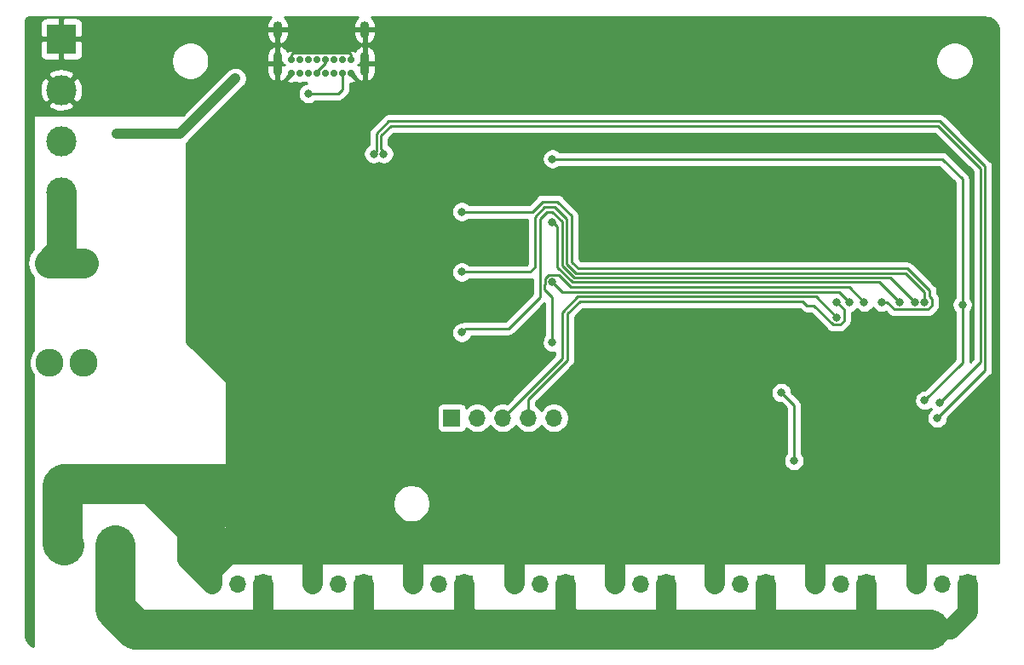
<source format=gbl>
G04 #@! TF.GenerationSoftware,KiCad,Pcbnew,5.1.5-1.fc30*
G04 #@! TF.CreationDate,2020-01-13T20:30:00-05:00*
G04 #@! TF.ProjectId,dot,646f742e-6b69-4636-9164-5f7063625858,rev?*
G04 #@! TF.SameCoordinates,Original*
G04 #@! TF.FileFunction,Copper,L2,Bot*
G04 #@! TF.FilePolarity,Positive*
%FSLAX46Y46*%
G04 Gerber Fmt 4.6, Leading zero omitted, Abs format (unit mm)*
G04 Created by KiCad (PCBNEW 5.1.5-1.fc30) date 2020-01-13 20:30:00*
%MOMM*%
%LPD*%
G04 APERTURE LIST*
%ADD10C,2.780000*%
%ADD11C,3.000000*%
%ADD12R,3.000000X3.000000*%
%ADD13O,1.700000X1.700000*%
%ADD14R,1.700000X1.700000*%
%ADD15C,0.700000*%
%ADD16O,0.900000X2.400000*%
%ADD17O,0.900000X1.700000*%
%ADD18C,1.400000*%
%ADD19C,0.800000*%
%ADD20C,1.000000*%
%ADD21C,0.250000*%
%ADD22C,2.000000*%
%ADD23C,4.000000*%
%ADD24C,1.000000*%
%ADD25C,3.000000*%
%ADD26C,0.254000*%
G04 APERTURE END LIST*
D10*
X55000000Y-97000000D03*
X58400000Y-97000000D03*
X55000000Y-87080000D03*
X58400000Y-87080000D03*
D11*
X56200000Y-69900000D03*
X56200000Y-74980000D03*
D12*
X56200000Y-64820000D03*
D11*
X56200000Y-80060000D03*
D13*
X105160000Y-102500000D03*
X102620000Y-102500000D03*
X100080000Y-102500000D03*
X97540000Y-102500000D03*
D14*
X95000000Y-102500000D03*
D15*
X85000000Y-68250000D03*
X84150000Y-68250000D03*
X83300000Y-68250000D03*
X82450000Y-68250000D03*
X81600000Y-68250000D03*
X80750000Y-68250000D03*
X79900000Y-68250000D03*
X79050000Y-68250000D03*
X84150000Y-66900000D03*
X82450000Y-66900000D03*
X83300000Y-66900000D03*
X85000000Y-66900000D03*
X80750000Y-66900000D03*
X79900000Y-66900000D03*
X79050000Y-66900000D03*
X81600000Y-66900000D03*
D16*
X86350000Y-67270000D03*
X77700000Y-67270000D03*
D17*
X86350000Y-63890000D03*
X77700000Y-63890000D03*
D13*
X141170000Y-119000000D03*
X143710000Y-119000000D03*
D14*
X146250000Y-119000000D03*
X136250000Y-119000000D03*
D13*
X133710000Y-119000000D03*
X131170000Y-119000000D03*
X121170000Y-119000000D03*
X123710000Y-119000000D03*
D14*
X126250000Y-119000000D03*
X116290000Y-119000000D03*
D13*
X113750000Y-119000000D03*
X111210000Y-119000000D03*
D14*
X106290000Y-119000000D03*
D13*
X103750000Y-119000000D03*
X101210000Y-119000000D03*
X91210000Y-119000000D03*
X93750000Y-119000000D03*
D14*
X96290000Y-119000000D03*
X86290000Y-119000000D03*
D13*
X83750000Y-119000000D03*
X81210000Y-119000000D03*
X71210000Y-119000000D03*
X73750000Y-119000000D03*
D14*
X76290000Y-119000000D03*
D18*
X142000000Y-94500000D03*
D19*
X56500000Y-115250000D03*
X56500000Y-114250000D03*
X56500000Y-116250000D03*
X80750000Y-73750000D03*
X147112340Y-107612340D03*
X144250000Y-83500000D03*
X143500000Y-80250000D03*
X131750000Y-80750000D03*
X98750000Y-99500000D03*
X86500000Y-98500000D03*
X72500000Y-114750000D03*
X78000000Y-105000000D03*
X78000000Y-110000000D03*
X76000000Y-100000000D03*
X75000000Y-94000000D03*
X75000000Y-88000000D03*
X75000000Y-82000000D03*
X85400000Y-84700000D03*
X90000000Y-78000000D03*
X92000000Y-101000000D03*
D18*
X142000000Y-96000000D03*
X142000000Y-97500000D03*
X140500000Y-97500000D03*
X140500000Y-96000000D03*
X140500000Y-94500000D03*
X139000000Y-94500000D03*
X139000000Y-96000000D03*
X139000000Y-97500000D03*
D19*
X95000000Y-76000000D03*
X104400000Y-107600000D03*
X112600000Y-113700000D03*
X144400000Y-113600000D03*
X129000000Y-113600000D03*
X102100000Y-110200000D03*
X85600000Y-104400000D03*
X127100000Y-107300000D03*
X114700000Y-79500000D03*
X113900000Y-85200000D03*
X88000000Y-69900000D03*
X145400000Y-69900000D03*
X148700000Y-100000000D03*
X61540000Y-115150000D03*
D20*
X73500000Y-68750000D03*
X61750000Y-74250000D03*
D19*
X61540000Y-115150000D03*
X61540000Y-116460000D03*
X61540000Y-115150000D03*
X105000000Y-76750000D03*
X145750000Y-91250000D03*
X142000000Y-100750000D03*
X80750000Y-70250000D03*
X137750000Y-91000000D03*
X96000000Y-82000000D03*
X142000000Y-91000000D03*
X96000000Y-88000000D03*
X141000000Y-91000000D03*
X96000000Y-94000000D03*
X133250000Y-91000000D03*
X133250000Y-92500000D03*
X129000000Y-106750000D03*
X127762660Y-99987340D03*
X136000000Y-91000000D03*
X105000000Y-95000000D03*
X134500000Y-91000000D03*
X105000000Y-89000000D03*
X139500000Y-91000000D03*
X104987347Y-83012653D03*
X87250000Y-76250000D03*
X143250000Y-102500000D03*
X88250000Y-76250000D03*
X143500000Y-101000000D03*
D21*
X79050000Y-66405026D02*
X79050000Y-66900000D01*
X79230027Y-66224999D02*
X79050000Y-66405026D01*
X84819973Y-66224999D02*
X79230027Y-66224999D01*
X85000000Y-66405026D02*
X84819973Y-66224999D01*
X85000000Y-66900000D02*
X85000000Y-66405026D01*
D22*
X101210000Y-119000000D02*
X101210000Y-116210000D01*
X111210000Y-119000000D02*
X111210000Y-116460000D01*
X121170000Y-119000000D02*
X121170000Y-115920000D01*
X131170000Y-119000000D02*
X131170000Y-115920000D01*
X141170000Y-119000000D02*
X141170000Y-117797919D01*
X91210000Y-119000000D02*
X91210000Y-115960000D01*
X71210000Y-117797919D02*
X72500000Y-116507919D01*
X71210000Y-119000000D02*
X71210000Y-117797919D01*
X72500000Y-116507919D02*
X72500000Y-114750000D01*
X71210000Y-119000000D02*
X71210000Y-115540000D01*
D23*
X71210000Y-115540000D02*
X71210000Y-114960000D01*
X71210000Y-114960000D02*
X65250000Y-109000000D01*
X65250000Y-109000000D02*
X56500000Y-109000000D01*
X56500000Y-109000000D02*
X56250000Y-109250000D01*
X56250000Y-109250000D02*
X56250000Y-114940000D01*
X56250000Y-114940000D02*
X56460000Y-115150000D01*
X65250000Y-109000000D02*
X73500000Y-109000000D01*
X73500000Y-109000000D02*
X73500000Y-109500000D01*
X73500000Y-109500000D02*
X71250000Y-111750000D01*
X56460000Y-115150000D02*
X56460000Y-115150000D01*
D22*
X81210000Y-119000000D02*
X81210000Y-115790000D01*
X91040000Y-115790000D02*
X91210000Y-115960000D01*
X81210000Y-115790000D02*
X91040000Y-115790000D01*
X100790000Y-115790000D02*
X101210000Y-116210000D01*
X91040000Y-115790000D02*
X100790000Y-115790000D01*
X110540000Y-115790000D02*
X111210000Y-116460000D01*
X100790000Y-115790000D02*
X110540000Y-115790000D01*
X121040000Y-115790000D02*
X121170000Y-115920000D01*
X110540000Y-115790000D02*
X121040000Y-115790000D01*
X131040000Y-115790000D02*
X131170000Y-115920000D01*
X121040000Y-115790000D02*
X131040000Y-115790000D01*
X131040000Y-115790000D02*
X140710000Y-115790000D01*
X141170000Y-116250000D02*
X141170000Y-119000000D01*
X140710000Y-115790000D02*
X141170000Y-116250000D01*
X68750000Y-114250000D02*
X71250000Y-111750000D01*
X71210000Y-119000000D02*
X68750000Y-116540000D01*
X68750000Y-116540000D02*
X68750000Y-114250000D01*
X72500000Y-114750000D02*
X72500000Y-114750000D01*
D23*
X61540000Y-121450000D02*
X63590000Y-123500000D01*
X61540000Y-115150000D02*
X61540000Y-121450000D01*
X63590000Y-123500000D02*
X69750000Y-123500000D01*
D22*
X76250000Y-121890000D02*
X76250000Y-123500000D01*
X76290000Y-121850000D02*
X76250000Y-121890000D01*
X76290000Y-119000000D02*
X76290000Y-121850000D01*
D23*
X69750000Y-123500000D02*
X76250000Y-123500000D01*
D22*
X86290000Y-123460000D02*
X86250000Y-123500000D01*
X86290000Y-119000000D02*
X86290000Y-123460000D01*
D23*
X76250000Y-123500000D02*
X86250000Y-123500000D01*
D22*
X96290000Y-121850000D02*
X96500000Y-122060000D01*
X96290000Y-119000000D02*
X96290000Y-121850000D01*
D23*
X86250000Y-123500000D02*
X96500000Y-123500000D01*
D22*
X96500000Y-122060000D02*
X96500000Y-123500000D01*
X106750000Y-122310000D02*
X106750000Y-123500000D01*
X106290000Y-119000000D02*
X106290000Y-121850000D01*
X106290000Y-121850000D02*
X106750000Y-122310000D01*
D23*
X96500000Y-123500000D02*
X106750000Y-123500000D01*
D22*
X116290000Y-123290000D02*
X116500000Y-123500000D01*
X116290000Y-119000000D02*
X116290000Y-123290000D01*
D23*
X106750000Y-123500000D02*
X116500000Y-123500000D01*
X116500000Y-123500000D02*
X119000000Y-123500000D01*
D22*
X126250000Y-119000000D02*
X126250000Y-121850000D01*
X126250000Y-121850000D02*
X126250000Y-123500000D01*
D23*
X119000000Y-123500000D02*
X126250000Y-123500000D01*
D22*
X136250000Y-123500000D02*
X136250000Y-119000000D01*
D23*
X136250000Y-123500000D02*
X142500000Y-123500000D01*
X126250000Y-123500000D02*
X136250000Y-123500000D01*
D22*
X146250000Y-121850000D02*
X146250000Y-119000000D01*
X144600000Y-123500000D02*
X146250000Y-121850000D01*
X142500000Y-123500000D02*
X144600000Y-123500000D01*
D24*
X73500000Y-68750000D02*
X69750000Y-72500000D01*
X69750000Y-72500000D02*
X68000000Y-74250000D01*
X68000000Y-74250000D02*
X61750000Y-74250000D01*
D21*
X105000000Y-76750000D02*
X110750000Y-76750000D01*
X110750000Y-76750000D02*
X138926998Y-76750000D01*
X138926998Y-76750000D02*
X143750000Y-76750000D01*
X143750000Y-76750000D02*
X145750000Y-78750000D01*
X145750000Y-78750000D02*
X145750000Y-91250000D01*
X145750000Y-91250000D02*
X145750000Y-97000000D01*
X145750000Y-97000000D02*
X142000000Y-100750000D01*
X80750000Y-70250000D02*
X83750000Y-70250000D01*
X84150000Y-69850000D02*
X84150000Y-68250000D01*
X83750000Y-70250000D02*
X84150000Y-69850000D01*
X82450000Y-67250998D02*
X82450000Y-66900000D01*
X81600000Y-68100998D02*
X82450000Y-67250998D01*
X81600000Y-68250000D02*
X81600000Y-68100998D01*
X138250000Y-91000000D02*
X137750000Y-91000000D01*
X138975001Y-91725001D02*
X138250000Y-91000000D01*
X142725001Y-91348001D02*
X142348001Y-91725001D01*
X106900020Y-82400020D02*
X106900020Y-86990790D01*
X142500000Y-89863590D02*
X142500000Y-90426998D01*
X104000000Y-81000000D02*
X105500000Y-81000000D01*
X142500000Y-90426998D02*
X142725001Y-90651999D01*
X96000000Y-82000000D02*
X103000000Y-82000000D01*
X140286382Y-87649972D02*
X142500000Y-89863590D01*
X107559201Y-87649971D02*
X140286382Y-87649972D01*
X103000000Y-82000000D02*
X104000000Y-81000000D01*
X106900020Y-86990790D02*
X107559201Y-87649971D01*
X142348001Y-91725001D02*
X138975001Y-91725001D01*
X105500000Y-81000000D02*
X106900020Y-82400020D01*
X142725001Y-90651999D02*
X142725001Y-91348001D01*
X105250000Y-81500000D02*
X106450010Y-82700010D01*
X140099981Y-88099981D02*
X142000000Y-90000000D01*
X106450010Y-82700010D02*
X106450010Y-87177190D01*
X142000000Y-90000000D02*
X142000000Y-91000000D01*
X106450010Y-87177190D02*
X107372801Y-88099981D01*
X107372801Y-88099981D02*
X140099981Y-88099981D01*
X104500000Y-81500000D02*
X104750000Y-81500000D01*
X104750000Y-81500000D02*
X105250000Y-81500000D01*
X103250000Y-87500000D02*
X103250000Y-82500000D01*
X104250000Y-81500000D02*
X104750000Y-81500000D01*
X103250000Y-82500000D02*
X104250000Y-81500000D01*
X96000000Y-88000000D02*
X102750000Y-88000000D01*
X102750000Y-88000000D02*
X103250000Y-87500000D01*
X138549991Y-88549991D02*
X141000000Y-91000000D01*
X106000000Y-87363590D02*
X107186400Y-88549990D01*
X104500000Y-82000000D02*
X105000000Y-82000000D01*
X105000000Y-82000000D02*
X106000000Y-83000000D01*
X107186400Y-88549990D02*
X138549991Y-88549991D01*
X106000000Y-83000000D02*
X106000000Y-87363590D01*
X96399999Y-93600001D02*
X100649999Y-93600001D01*
X96000000Y-94000000D02*
X96399999Y-93600001D01*
X100649999Y-93600001D02*
X103750000Y-90500000D01*
X103750000Y-82750000D02*
X104500000Y-82000000D01*
X103750000Y-90500000D02*
X103750000Y-82750000D01*
D25*
X56200000Y-85880000D02*
X55000000Y-87080000D01*
X56200000Y-80060000D02*
X56200000Y-85880000D01*
X55000000Y-87080000D02*
X58400000Y-87080000D01*
D21*
X132901999Y-93225001D02*
X131000000Y-91323002D01*
X133598001Y-93225001D02*
X132901999Y-93225001D01*
X133975001Y-92848001D02*
X133598001Y-93225001D01*
X133250000Y-91000000D02*
X133975001Y-91725001D01*
X133975001Y-91725001D02*
X133975001Y-92848001D01*
X130323002Y-91323002D02*
X129900020Y-90900020D01*
X131000000Y-91323002D02*
X130323002Y-91323002D01*
X129900020Y-90900020D02*
X107736390Y-90900020D01*
X107736390Y-90900020D02*
X106500000Y-92136410D01*
X106500000Y-92136410D02*
X106500000Y-96750000D01*
X102620000Y-100630000D02*
X102620000Y-102500000D01*
X106500000Y-96750000D02*
X102620000Y-100630000D01*
X106000000Y-92000000D02*
X106000000Y-96580000D01*
X106000000Y-96580000D02*
X100080000Y-102500000D01*
X133250000Y-92500000D02*
X131200010Y-90450010D01*
X107549990Y-90450010D02*
X106000000Y-92000000D01*
X131200010Y-90450010D02*
X107549990Y-90450010D01*
X129000000Y-104000000D02*
X129000000Y-106750000D01*
X129000000Y-104000000D02*
X129000000Y-104750000D01*
X129000000Y-104000000D02*
X129000000Y-101224680D01*
X128162659Y-100387339D02*
X127762660Y-99987340D01*
X129000000Y-101224680D02*
X128162659Y-100387339D01*
X105638589Y-88274999D02*
X104651999Y-88274999D01*
X106863590Y-89500000D02*
X105638589Y-88274999D01*
X136000000Y-91000000D02*
X134500000Y-89500000D01*
X134500000Y-89500000D02*
X106863590Y-89500000D01*
X105000000Y-95000000D02*
X105000000Y-90500000D01*
X105000000Y-90500000D02*
X104250000Y-89750000D01*
X104274999Y-88651999D02*
X104651999Y-88274999D01*
X104250000Y-89250000D02*
X104274999Y-89225001D01*
X104274999Y-89225001D02*
X104274999Y-88651999D01*
X104250000Y-89750000D02*
X104250000Y-89250000D01*
X106000000Y-90000000D02*
X105000000Y-89000000D01*
X134500000Y-91000000D02*
X133500000Y-90000000D01*
X133500000Y-90000000D02*
X106000000Y-90000000D01*
X107000000Y-89000000D02*
X137500000Y-89000000D01*
X105000000Y-83000000D02*
X105500000Y-83500000D01*
X137500000Y-89000000D02*
X139500000Y-91000000D01*
X105500000Y-87500000D02*
X107000000Y-89000000D01*
X105500000Y-83500000D02*
X105500000Y-87500000D01*
X105000000Y-83000000D02*
X104987347Y-83012653D01*
X87524999Y-75975001D02*
X87524999Y-74225001D01*
X87250000Y-76250000D02*
X87524999Y-75975001D01*
X87524999Y-74225001D02*
X88750000Y-73000000D01*
X145250000Y-74750000D02*
X148000000Y-77500000D01*
X148000000Y-77500000D02*
X148000000Y-97750000D01*
X148000000Y-97750000D02*
X143250000Y-102500000D01*
X88750000Y-73000000D02*
X143500000Y-73000000D01*
X145250000Y-74750000D02*
X143500000Y-73000000D01*
X88250000Y-76250000D02*
X88250000Y-76000000D01*
X88250000Y-76000000D02*
X87975009Y-75725009D01*
X87975009Y-75725009D02*
X87975009Y-74500000D01*
X87975009Y-74500000D02*
X87975009Y-74411401D01*
X87975009Y-74411401D02*
X88936400Y-73450010D01*
X143313600Y-73450010D02*
X142700010Y-73450010D01*
X88936400Y-73450010D02*
X142700010Y-73450010D01*
X147549990Y-96950010D02*
X147549990Y-77686400D01*
X143500000Y-101000000D02*
X147549990Y-96950010D01*
X147549990Y-77686400D02*
X143313600Y-73450010D01*
D26*
G36*
X76868413Y-62781609D02*
G01*
X76746191Y-62957455D01*
X76660624Y-63153767D01*
X76615000Y-63363000D01*
X76615000Y-63763000D01*
X77573000Y-63763000D01*
X77573000Y-63743000D01*
X77827000Y-63743000D01*
X77827000Y-63763000D01*
X78785000Y-63763000D01*
X78785000Y-63363000D01*
X78739376Y-63153767D01*
X78653809Y-62957455D01*
X78531587Y-62781609D01*
X78405432Y-62660000D01*
X85644568Y-62660000D01*
X85518413Y-62781609D01*
X85396191Y-62957455D01*
X85310624Y-63153767D01*
X85265000Y-63363000D01*
X85265000Y-63763000D01*
X86223000Y-63763000D01*
X86223000Y-63743000D01*
X86477000Y-63743000D01*
X86477000Y-63763000D01*
X87435000Y-63763000D01*
X87435000Y-63363000D01*
X87389376Y-63153767D01*
X87303809Y-62957455D01*
X87181587Y-62781609D01*
X87055432Y-62660000D01*
X147967721Y-62660000D01*
X148259659Y-62688625D01*
X148509429Y-62764035D01*
X148739792Y-62886522D01*
X148941980Y-63051422D01*
X149108286Y-63252450D01*
X149232378Y-63481954D01*
X149309531Y-63731195D01*
X149340001Y-64021098D01*
X149340000Y-116873000D01*
X70482622Y-116873000D01*
X72606830Y-113568676D01*
X72617333Y-113548601D01*
X72624560Y-113524776D01*
X72627000Y-113500000D01*
X72627000Y-110814344D01*
X89115000Y-110814344D01*
X89115000Y-111185656D01*
X89187439Y-111549834D01*
X89329534Y-111892882D01*
X89535825Y-112201618D01*
X89798382Y-112464175D01*
X90107118Y-112670466D01*
X90450166Y-112812561D01*
X90814344Y-112885000D01*
X91185656Y-112885000D01*
X91549834Y-112812561D01*
X91892882Y-112670466D01*
X92201618Y-112464175D01*
X92464175Y-112201618D01*
X92670466Y-111892882D01*
X92812561Y-111549834D01*
X92885000Y-111185656D01*
X92885000Y-110814344D01*
X92812561Y-110450166D01*
X92670466Y-110107118D01*
X92464175Y-109798382D01*
X92201618Y-109535825D01*
X91892882Y-109329534D01*
X91549834Y-109187439D01*
X91185656Y-109115000D01*
X90814344Y-109115000D01*
X90450166Y-109187439D01*
X90107118Y-109329534D01*
X89798382Y-109535825D01*
X89535825Y-109798382D01*
X89329534Y-110107118D01*
X89187439Y-110450166D01*
X89115000Y-110814344D01*
X72627000Y-110814344D01*
X72627000Y-101650000D01*
X93511928Y-101650000D01*
X93511928Y-103350000D01*
X93524188Y-103474482D01*
X93560498Y-103594180D01*
X93619463Y-103704494D01*
X93698815Y-103801185D01*
X93795506Y-103880537D01*
X93905820Y-103939502D01*
X94025518Y-103975812D01*
X94150000Y-103988072D01*
X95850000Y-103988072D01*
X95974482Y-103975812D01*
X96094180Y-103939502D01*
X96204494Y-103880537D01*
X96301185Y-103801185D01*
X96380537Y-103704494D01*
X96439502Y-103594180D01*
X96461513Y-103521620D01*
X96593368Y-103653475D01*
X96836589Y-103815990D01*
X97106842Y-103927932D01*
X97393740Y-103985000D01*
X97686260Y-103985000D01*
X97973158Y-103927932D01*
X98243411Y-103815990D01*
X98486632Y-103653475D01*
X98693475Y-103446632D01*
X98810000Y-103272240D01*
X98926525Y-103446632D01*
X99133368Y-103653475D01*
X99376589Y-103815990D01*
X99646842Y-103927932D01*
X99933740Y-103985000D01*
X100226260Y-103985000D01*
X100513158Y-103927932D01*
X100783411Y-103815990D01*
X101026632Y-103653475D01*
X101233475Y-103446632D01*
X101350000Y-103272240D01*
X101466525Y-103446632D01*
X101673368Y-103653475D01*
X101916589Y-103815990D01*
X102186842Y-103927932D01*
X102473740Y-103985000D01*
X102766260Y-103985000D01*
X103053158Y-103927932D01*
X103323411Y-103815990D01*
X103566632Y-103653475D01*
X103773475Y-103446632D01*
X103890000Y-103272240D01*
X104006525Y-103446632D01*
X104213368Y-103653475D01*
X104456589Y-103815990D01*
X104726842Y-103927932D01*
X105013740Y-103985000D01*
X105306260Y-103985000D01*
X105593158Y-103927932D01*
X105863411Y-103815990D01*
X106106632Y-103653475D01*
X106313475Y-103446632D01*
X106475990Y-103203411D01*
X106587932Y-102933158D01*
X106645000Y-102646260D01*
X106645000Y-102353740D01*
X106587932Y-102066842D01*
X106475990Y-101796589D01*
X106313475Y-101553368D01*
X106106632Y-101346525D01*
X105863411Y-101184010D01*
X105593158Y-101072068D01*
X105306260Y-101015000D01*
X105013740Y-101015000D01*
X104726842Y-101072068D01*
X104456589Y-101184010D01*
X104213368Y-101346525D01*
X104006525Y-101553368D01*
X103890000Y-101727760D01*
X103773475Y-101553368D01*
X103566632Y-101346525D01*
X103380000Y-101221822D01*
X103380000Y-100944801D01*
X104439400Y-99885401D01*
X126727660Y-99885401D01*
X126727660Y-100089279D01*
X126767434Y-100289238D01*
X126845455Y-100477596D01*
X126958723Y-100647114D01*
X127102886Y-100791277D01*
X127272404Y-100904545D01*
X127460762Y-100982566D01*
X127660721Y-101022340D01*
X127722859Y-101022340D01*
X128240001Y-101539483D01*
X128240000Y-103962667D01*
X128240000Y-103962668D01*
X128240001Y-106046288D01*
X128196063Y-106090226D01*
X128082795Y-106259744D01*
X128004774Y-106448102D01*
X127965000Y-106648061D01*
X127965000Y-106851939D01*
X128004774Y-107051898D01*
X128082795Y-107240256D01*
X128196063Y-107409774D01*
X128340226Y-107553937D01*
X128509744Y-107667205D01*
X128698102Y-107745226D01*
X128898061Y-107785000D01*
X129101939Y-107785000D01*
X129301898Y-107745226D01*
X129490256Y-107667205D01*
X129659774Y-107553937D01*
X129803937Y-107409774D01*
X129917205Y-107240256D01*
X129995226Y-107051898D01*
X130035000Y-106851939D01*
X130035000Y-106648061D01*
X129995226Y-106448102D01*
X129917205Y-106259744D01*
X129803937Y-106090226D01*
X129760000Y-106046289D01*
X129760000Y-101262002D01*
X129763676Y-101224680D01*
X129760000Y-101187357D01*
X129760000Y-101187347D01*
X129749003Y-101075694D01*
X129705546Y-100932433D01*
X129690639Y-100904545D01*
X129634974Y-100800403D01*
X129563799Y-100713677D01*
X129540001Y-100684679D01*
X129511003Y-100660881D01*
X128797660Y-99947539D01*
X128797660Y-99885401D01*
X128757886Y-99685442D01*
X128679865Y-99497084D01*
X128566597Y-99327566D01*
X128422434Y-99183403D01*
X128252916Y-99070135D01*
X128064558Y-98992114D01*
X127864599Y-98952340D01*
X127660721Y-98952340D01*
X127460762Y-98992114D01*
X127272404Y-99070135D01*
X127102886Y-99183403D01*
X126958723Y-99327566D01*
X126845455Y-99497084D01*
X126767434Y-99685442D01*
X126727660Y-99885401D01*
X104439400Y-99885401D01*
X107011003Y-97313799D01*
X107040001Y-97290001D01*
X107134974Y-97174276D01*
X107205546Y-97042247D01*
X107249003Y-96898986D01*
X107260000Y-96787333D01*
X107263677Y-96750000D01*
X107260000Y-96712667D01*
X107260000Y-92451211D01*
X108051192Y-91660020D01*
X129585219Y-91660020D01*
X129759198Y-91833999D01*
X129783001Y-91863003D01*
X129898726Y-91957976D01*
X130030755Y-92028548D01*
X130174016Y-92072005D01*
X130285669Y-92083002D01*
X130285679Y-92083002D01*
X130323002Y-92086678D01*
X130360325Y-92083002D01*
X130685199Y-92083002D01*
X132338200Y-93736004D01*
X132361998Y-93765002D01*
X132477723Y-93859975D01*
X132609752Y-93930547D01*
X132753013Y-93974004D01*
X132864666Y-93985001D01*
X132864674Y-93985001D01*
X132901999Y-93988677D01*
X132939324Y-93985001D01*
X133560679Y-93985001D01*
X133598001Y-93988677D01*
X133635323Y-93985001D01*
X133635334Y-93985001D01*
X133746987Y-93974004D01*
X133890248Y-93930547D01*
X134022277Y-93859975D01*
X134138002Y-93765002D01*
X134161805Y-93735998D01*
X134485998Y-93411805D01*
X134515002Y-93388002D01*
X134609975Y-93272277D01*
X134680547Y-93140248D01*
X134724004Y-92996987D01*
X134735001Y-92885334D01*
X134738678Y-92848001D01*
X134735001Y-92810668D01*
X134735001Y-92008533D01*
X134801898Y-91995226D01*
X134990256Y-91917205D01*
X135159774Y-91803937D01*
X135250000Y-91713711D01*
X135340226Y-91803937D01*
X135509744Y-91917205D01*
X135698102Y-91995226D01*
X135898061Y-92035000D01*
X136101939Y-92035000D01*
X136301898Y-91995226D01*
X136490256Y-91917205D01*
X136659774Y-91803937D01*
X136803937Y-91659774D01*
X136875000Y-91553420D01*
X136946063Y-91659774D01*
X137090226Y-91803937D01*
X137259744Y-91917205D01*
X137448102Y-91995226D01*
X137648061Y-92035000D01*
X137851939Y-92035000D01*
X138051898Y-91995226D01*
X138135709Y-91960510D01*
X138411202Y-92236003D01*
X138435000Y-92265002D01*
X138550725Y-92359975D01*
X138682754Y-92430547D01*
X138826015Y-92474004D01*
X138937668Y-92485001D01*
X138937677Y-92485001D01*
X138975000Y-92488677D01*
X139012323Y-92485001D01*
X142310679Y-92485001D01*
X142348001Y-92488677D01*
X142385323Y-92485001D01*
X142385334Y-92485001D01*
X142496987Y-92474004D01*
X142640248Y-92430547D01*
X142772277Y-92359975D01*
X142888002Y-92265002D01*
X142911805Y-92235998D01*
X143235998Y-91911805D01*
X143265002Y-91888002D01*
X143359975Y-91772277D01*
X143430547Y-91640248D01*
X143474004Y-91496987D01*
X143485001Y-91385334D01*
X143488678Y-91348001D01*
X143485001Y-91310668D01*
X143485001Y-90689321D01*
X143488677Y-90651998D01*
X143485001Y-90614675D01*
X143485001Y-90614666D01*
X143474004Y-90503013D01*
X143430547Y-90359752D01*
X143359975Y-90227723D01*
X143265002Y-90111998D01*
X143260000Y-90107893D01*
X143260000Y-89900923D01*
X143263677Y-89863590D01*
X143249003Y-89714604D01*
X143205546Y-89571343D01*
X143134974Y-89439314D01*
X143063799Y-89352587D01*
X143040001Y-89323589D01*
X143011004Y-89299792D01*
X140850179Y-87138968D01*
X140826383Y-87109972D01*
X140784652Y-87075724D01*
X140710658Y-87014998D01*
X140578628Y-86944426D01*
X140478824Y-86914152D01*
X140435368Y-86900970D01*
X140323715Y-86889973D01*
X140286382Y-86886296D01*
X140249049Y-86889973D01*
X107874003Y-86889971D01*
X107660020Y-86675989D01*
X107660020Y-82437342D01*
X107663696Y-82400019D01*
X107660020Y-82362696D01*
X107660020Y-82362687D01*
X107649023Y-82251034D01*
X107605566Y-82107773D01*
X107534994Y-81975744D01*
X107440021Y-81860019D01*
X107411024Y-81836222D01*
X106063804Y-80489003D01*
X106040001Y-80459999D01*
X105924276Y-80365026D01*
X105792247Y-80294454D01*
X105648986Y-80250997D01*
X105537333Y-80240000D01*
X105537322Y-80240000D01*
X105500000Y-80236324D01*
X105462678Y-80240000D01*
X104037333Y-80240000D01*
X104000000Y-80236323D01*
X103962667Y-80240000D01*
X103851014Y-80250997D01*
X103707753Y-80294454D01*
X103575724Y-80365026D01*
X103459999Y-80459999D01*
X103436201Y-80488997D01*
X102685199Y-81240000D01*
X96703711Y-81240000D01*
X96659774Y-81196063D01*
X96490256Y-81082795D01*
X96301898Y-81004774D01*
X96101939Y-80965000D01*
X95898061Y-80965000D01*
X95698102Y-81004774D01*
X95509744Y-81082795D01*
X95340226Y-81196063D01*
X95196063Y-81340226D01*
X95082795Y-81509744D01*
X95004774Y-81698102D01*
X94965000Y-81898061D01*
X94965000Y-82101939D01*
X95004774Y-82301898D01*
X95082795Y-82490256D01*
X95196063Y-82659774D01*
X95340226Y-82803937D01*
X95509744Y-82917205D01*
X95698102Y-82995226D01*
X95898061Y-83035000D01*
X96101939Y-83035000D01*
X96301898Y-82995226D01*
X96490256Y-82917205D01*
X96659774Y-82803937D01*
X96703711Y-82760000D01*
X102490001Y-82760000D01*
X102490000Y-87185199D01*
X102435199Y-87240000D01*
X96703711Y-87240000D01*
X96659774Y-87196063D01*
X96490256Y-87082795D01*
X96301898Y-87004774D01*
X96101939Y-86965000D01*
X95898061Y-86965000D01*
X95698102Y-87004774D01*
X95509744Y-87082795D01*
X95340226Y-87196063D01*
X95196063Y-87340226D01*
X95082795Y-87509744D01*
X95004774Y-87698102D01*
X94965000Y-87898061D01*
X94965000Y-88101939D01*
X95004774Y-88301898D01*
X95082795Y-88490256D01*
X95196063Y-88659774D01*
X95340226Y-88803937D01*
X95509744Y-88917205D01*
X95698102Y-88995226D01*
X95898061Y-89035000D01*
X96101939Y-89035000D01*
X96301898Y-88995226D01*
X96490256Y-88917205D01*
X96659774Y-88803937D01*
X96703711Y-88760000D01*
X102712678Y-88760000D01*
X102750000Y-88763676D01*
X102787322Y-88760000D01*
X102787333Y-88760000D01*
X102898986Y-88749003D01*
X102990000Y-88721395D01*
X102990000Y-90185197D01*
X100335198Y-92840001D01*
X96437321Y-92840001D01*
X96399998Y-92836325D01*
X96362676Y-92840001D01*
X96362666Y-92840001D01*
X96251013Y-92850998D01*
X96107752Y-92894455D01*
X95975774Y-92965000D01*
X95898061Y-92965000D01*
X95698102Y-93004774D01*
X95509744Y-93082795D01*
X95340226Y-93196063D01*
X95196063Y-93340226D01*
X95082795Y-93509744D01*
X95004774Y-93698102D01*
X94965000Y-93898061D01*
X94965000Y-94101939D01*
X95004774Y-94301898D01*
X95082795Y-94490256D01*
X95196063Y-94659774D01*
X95340226Y-94803937D01*
X95509744Y-94917205D01*
X95698102Y-94995226D01*
X95898061Y-95035000D01*
X96101939Y-95035000D01*
X96301898Y-94995226D01*
X96490256Y-94917205D01*
X96659774Y-94803937D01*
X96803937Y-94659774D01*
X96917205Y-94490256D01*
X96971159Y-94360001D01*
X100612677Y-94360001D01*
X100649999Y-94363677D01*
X100687321Y-94360001D01*
X100687332Y-94360001D01*
X100798985Y-94349004D01*
X100942246Y-94305547D01*
X101074275Y-94234975D01*
X101190000Y-94140002D01*
X101213803Y-94110998D01*
X104240001Y-91084802D01*
X104240000Y-94296289D01*
X104196063Y-94340226D01*
X104082795Y-94509744D01*
X104004774Y-94698102D01*
X103965000Y-94898061D01*
X103965000Y-95101939D01*
X104004774Y-95301898D01*
X104082795Y-95490256D01*
X104196063Y-95659774D01*
X104340226Y-95803937D01*
X104509744Y-95917205D01*
X104698102Y-95995226D01*
X104898061Y-96035000D01*
X105101939Y-96035000D01*
X105240001Y-96007538D01*
X105240001Y-96265197D01*
X100446408Y-101058791D01*
X100226260Y-101015000D01*
X99933740Y-101015000D01*
X99646842Y-101072068D01*
X99376589Y-101184010D01*
X99133368Y-101346525D01*
X98926525Y-101553368D01*
X98810000Y-101727760D01*
X98693475Y-101553368D01*
X98486632Y-101346525D01*
X98243411Y-101184010D01*
X97973158Y-101072068D01*
X97686260Y-101015000D01*
X97393740Y-101015000D01*
X97106842Y-101072068D01*
X96836589Y-101184010D01*
X96593368Y-101346525D01*
X96461513Y-101478380D01*
X96439502Y-101405820D01*
X96380537Y-101295506D01*
X96301185Y-101198815D01*
X96204494Y-101119463D01*
X96094180Y-101060498D01*
X95974482Y-101024188D01*
X95850000Y-101011928D01*
X94150000Y-101011928D01*
X94025518Y-101024188D01*
X93905820Y-101060498D01*
X93795506Y-101119463D01*
X93698815Y-101198815D01*
X93619463Y-101295506D01*
X93560498Y-101405820D01*
X93524188Y-101525518D01*
X93511928Y-101650000D01*
X72627000Y-101650000D01*
X72627000Y-99000000D01*
X72624560Y-98975224D01*
X72617333Y-98951399D01*
X72605597Y-98929443D01*
X72589803Y-98910197D01*
X68627000Y-94947394D01*
X68627000Y-76148061D01*
X86215000Y-76148061D01*
X86215000Y-76351939D01*
X86254774Y-76551898D01*
X86332795Y-76740256D01*
X86446063Y-76909774D01*
X86590226Y-77053937D01*
X86759744Y-77167205D01*
X86948102Y-77245226D01*
X87148061Y-77285000D01*
X87351939Y-77285000D01*
X87551898Y-77245226D01*
X87740256Y-77167205D01*
X87750000Y-77160694D01*
X87759744Y-77167205D01*
X87948102Y-77245226D01*
X88148061Y-77285000D01*
X88351939Y-77285000D01*
X88551898Y-77245226D01*
X88740256Y-77167205D01*
X88909774Y-77053937D01*
X89053937Y-76909774D01*
X89167205Y-76740256D01*
X89245226Y-76551898D01*
X89285000Y-76351939D01*
X89285000Y-76148061D01*
X89245226Y-75948102D01*
X89167205Y-75759744D01*
X89053937Y-75590226D01*
X88909774Y-75446063D01*
X88740256Y-75332795D01*
X88735009Y-75330622D01*
X88735009Y-74726202D01*
X89251202Y-74210010D01*
X142998799Y-74210010D01*
X146789991Y-78001203D01*
X146789990Y-96635208D01*
X146510000Y-96915198D01*
X146510000Y-91953711D01*
X146553937Y-91909774D01*
X146667205Y-91740256D01*
X146745226Y-91551898D01*
X146785000Y-91351939D01*
X146785000Y-91148061D01*
X146745226Y-90948102D01*
X146667205Y-90759744D01*
X146553937Y-90590226D01*
X146510000Y-90546289D01*
X146510000Y-78787322D01*
X146513676Y-78749999D01*
X146510000Y-78712676D01*
X146510000Y-78712667D01*
X146499003Y-78601014D01*
X146455546Y-78457753D01*
X146384974Y-78325723D01*
X146313799Y-78238997D01*
X146290001Y-78209999D01*
X146261004Y-78186202D01*
X144313804Y-76239003D01*
X144290001Y-76209999D01*
X144174276Y-76115026D01*
X144042247Y-76044454D01*
X143898986Y-76000997D01*
X143787333Y-75990000D01*
X143787322Y-75990000D01*
X143750000Y-75986324D01*
X143712678Y-75990000D01*
X105703711Y-75990000D01*
X105659774Y-75946063D01*
X105490256Y-75832795D01*
X105301898Y-75754774D01*
X105101939Y-75715000D01*
X104898061Y-75715000D01*
X104698102Y-75754774D01*
X104509744Y-75832795D01*
X104340226Y-75946063D01*
X104196063Y-76090226D01*
X104082795Y-76259744D01*
X104004774Y-76448102D01*
X103965000Y-76648061D01*
X103965000Y-76851939D01*
X104004774Y-77051898D01*
X104082795Y-77240256D01*
X104196063Y-77409774D01*
X104340226Y-77553937D01*
X104509744Y-77667205D01*
X104698102Y-77745226D01*
X104898061Y-77785000D01*
X105101939Y-77785000D01*
X105301898Y-77745226D01*
X105490256Y-77667205D01*
X105659774Y-77553937D01*
X105703711Y-77510000D01*
X143435199Y-77510000D01*
X144990000Y-79064802D01*
X144990001Y-90546288D01*
X144946063Y-90590226D01*
X144832795Y-90759744D01*
X144754774Y-90948102D01*
X144715000Y-91148061D01*
X144715000Y-91351939D01*
X144754774Y-91551898D01*
X144832795Y-91740256D01*
X144946063Y-91909774D01*
X144990000Y-91953711D01*
X144990001Y-96685197D01*
X141960199Y-99715000D01*
X141898061Y-99715000D01*
X141698102Y-99754774D01*
X141509744Y-99832795D01*
X141340226Y-99946063D01*
X141196063Y-100090226D01*
X141082795Y-100259744D01*
X141004774Y-100448102D01*
X140965000Y-100648061D01*
X140965000Y-100851939D01*
X141004774Y-101051898D01*
X141082795Y-101240256D01*
X141196063Y-101409774D01*
X141340226Y-101553937D01*
X141509744Y-101667205D01*
X141698102Y-101745226D01*
X141898061Y-101785000D01*
X142101939Y-101785000D01*
X142301898Y-101745226D01*
X142490256Y-101667205D01*
X142635972Y-101569841D01*
X142680159Y-101635972D01*
X142590226Y-101696063D01*
X142446063Y-101840226D01*
X142332795Y-102009744D01*
X142254774Y-102198102D01*
X142215000Y-102398061D01*
X142215000Y-102601939D01*
X142254774Y-102801898D01*
X142332795Y-102990256D01*
X142446063Y-103159774D01*
X142590226Y-103303937D01*
X142759744Y-103417205D01*
X142948102Y-103495226D01*
X143148061Y-103535000D01*
X143351939Y-103535000D01*
X143551898Y-103495226D01*
X143740256Y-103417205D01*
X143909774Y-103303937D01*
X144053937Y-103159774D01*
X144167205Y-102990256D01*
X144245226Y-102801898D01*
X144285000Y-102601939D01*
X144285000Y-102539801D01*
X148511008Y-98313795D01*
X148540001Y-98290001D01*
X148563795Y-98261008D01*
X148563799Y-98261004D01*
X148634973Y-98174277D01*
X148634974Y-98174276D01*
X148705546Y-98042247D01*
X148749003Y-97898986D01*
X148760000Y-97787333D01*
X148760000Y-97787324D01*
X148763676Y-97750001D01*
X148760000Y-97712678D01*
X148760000Y-77537322D01*
X148763676Y-77499999D01*
X148760000Y-77462676D01*
X148760000Y-77462667D01*
X148749003Y-77351014D01*
X148705546Y-77207753D01*
X148634974Y-77075724D01*
X148540001Y-76959999D01*
X148511004Y-76936202D01*
X145813803Y-74239002D01*
X145813799Y-74238997D01*
X144063804Y-72489003D01*
X144040001Y-72459999D01*
X143924276Y-72365026D01*
X143792247Y-72294454D01*
X143648986Y-72250997D01*
X143537333Y-72240000D01*
X143537322Y-72240000D01*
X143500000Y-72236324D01*
X143462678Y-72240000D01*
X88787322Y-72240000D01*
X88749999Y-72236324D01*
X88712676Y-72240000D01*
X88712667Y-72240000D01*
X88601014Y-72250997D01*
X88457753Y-72294454D01*
X88325723Y-72365026D01*
X88270683Y-72410197D01*
X88209999Y-72459999D01*
X88186201Y-72488997D01*
X87013997Y-73661202D01*
X86984999Y-73685000D01*
X86961201Y-73713998D01*
X86961200Y-73713999D01*
X86890025Y-73800725D01*
X86819453Y-73932755D01*
X86798753Y-74000998D01*
X86775997Y-74076015D01*
X86765000Y-74187668D01*
X86761323Y-74225001D01*
X86765000Y-74262333D01*
X86764999Y-75330618D01*
X86759744Y-75332795D01*
X86590226Y-75446063D01*
X86446063Y-75590226D01*
X86332795Y-75759744D01*
X86254774Y-75948102D01*
X86215000Y-76148061D01*
X68627000Y-76148061D01*
X68627000Y-75201824D01*
X68633623Y-75198284D01*
X68806449Y-75056449D01*
X68841995Y-75013136D01*
X70591989Y-73263144D01*
X70591998Y-73263133D01*
X74341988Y-69513144D01*
X74381612Y-69473520D01*
X74412742Y-69426930D01*
X74448284Y-69383623D01*
X74474693Y-69334214D01*
X74505824Y-69287624D01*
X74527269Y-69235851D01*
X74553676Y-69186447D01*
X74569937Y-69132842D01*
X74591383Y-69081067D01*
X74602315Y-69026106D01*
X74618577Y-68972499D01*
X74624068Y-68916747D01*
X74635000Y-68861788D01*
X74635000Y-68805752D01*
X74640491Y-68750000D01*
X74635000Y-68694248D01*
X74635000Y-68638212D01*
X74624068Y-68583253D01*
X74618577Y-68527501D01*
X74602315Y-68473895D01*
X74591383Y-68418933D01*
X74569936Y-68367156D01*
X74553676Y-68313554D01*
X74527271Y-68264153D01*
X74505824Y-68212376D01*
X74474691Y-68165782D01*
X74448284Y-68116378D01*
X74412744Y-68073072D01*
X74381612Y-68026480D01*
X74341990Y-67986858D01*
X74306449Y-67943551D01*
X74263142Y-67908010D01*
X74223520Y-67868388D01*
X74176928Y-67837256D01*
X74133622Y-67801716D01*
X74084218Y-67775309D01*
X74037624Y-67744176D01*
X73985847Y-67722729D01*
X73936446Y-67696324D01*
X73882844Y-67680064D01*
X73831067Y-67658617D01*
X73776105Y-67647685D01*
X73722499Y-67631423D01*
X73666747Y-67625932D01*
X73611788Y-67615000D01*
X73555752Y-67615000D01*
X73500000Y-67609509D01*
X73444248Y-67615000D01*
X73388212Y-67615000D01*
X73333253Y-67625932D01*
X73277501Y-67631423D01*
X73223894Y-67647685D01*
X73168933Y-67658617D01*
X73117158Y-67680063D01*
X73063553Y-67696324D01*
X73014149Y-67722731D01*
X72962376Y-67744176D01*
X72915786Y-67775307D01*
X72866377Y-67801716D01*
X72823070Y-67837258D01*
X72776480Y-67868388D01*
X72736856Y-67908012D01*
X68986867Y-71658002D01*
X68986856Y-71658011D01*
X68271868Y-72373000D01*
X53500000Y-72373000D01*
X53475224Y-72375440D01*
X53451399Y-72382667D01*
X53429443Y-72394403D01*
X53410197Y-72410197D01*
X53394403Y-72429443D01*
X53382667Y-72451399D01*
X53375440Y-72475224D01*
X53373000Y-72500000D01*
X53373000Y-85697086D01*
X53216223Y-85888119D01*
X53017974Y-86259018D01*
X52895892Y-86661467D01*
X52854670Y-87080000D01*
X52895892Y-87498533D01*
X53017974Y-87900982D01*
X53216223Y-88271881D01*
X53373000Y-88462914D01*
X53373000Y-95790074D01*
X53205468Y-96040803D01*
X53052820Y-96409329D01*
X52975000Y-96800555D01*
X52975000Y-97199445D01*
X53052820Y-97590671D01*
X53205468Y-97959197D01*
X53373000Y-98209926D01*
X53373000Y-125173451D01*
X53260206Y-125113477D01*
X53058021Y-124948579D01*
X52891712Y-124747546D01*
X52767622Y-124518046D01*
X52690469Y-124268805D01*
X52660000Y-123978911D01*
X52660000Y-71391653D01*
X54887952Y-71391653D01*
X55043962Y-71707214D01*
X55418745Y-71898020D01*
X55823551Y-72012044D01*
X56242824Y-72044902D01*
X56660451Y-71995334D01*
X57060383Y-71865243D01*
X57356038Y-71707214D01*
X57512048Y-71391653D01*
X56200000Y-70079605D01*
X54887952Y-71391653D01*
X52660000Y-71391653D01*
X52660000Y-69942824D01*
X54055098Y-69942824D01*
X54104666Y-70360451D01*
X54234757Y-70760383D01*
X54392786Y-71056038D01*
X54708347Y-71212048D01*
X56020395Y-69900000D01*
X56379605Y-69900000D01*
X57691653Y-71212048D01*
X58007214Y-71056038D01*
X58198020Y-70681255D01*
X58312044Y-70276449D01*
X58344902Y-69857176D01*
X58295334Y-69439549D01*
X58165243Y-69039617D01*
X58007214Y-68743962D01*
X57691653Y-68587952D01*
X56379605Y-69900000D01*
X56020395Y-69900000D01*
X54708347Y-68587952D01*
X54392786Y-68743962D01*
X54201980Y-69118745D01*
X54087956Y-69523551D01*
X54055098Y-69942824D01*
X52660000Y-69942824D01*
X52660000Y-68408347D01*
X54887952Y-68408347D01*
X56200000Y-69720395D01*
X57512048Y-68408347D01*
X57356038Y-68092786D01*
X56981255Y-67901980D01*
X56576449Y-67787956D01*
X56157176Y-67755098D01*
X55739549Y-67804666D01*
X55339617Y-67934757D01*
X55043962Y-68092786D01*
X54887952Y-68408347D01*
X52660000Y-68408347D01*
X52660000Y-66320000D01*
X54061928Y-66320000D01*
X54074188Y-66444482D01*
X54110498Y-66564180D01*
X54169463Y-66674494D01*
X54248815Y-66771185D01*
X54345506Y-66850537D01*
X54455820Y-66909502D01*
X54575518Y-66945812D01*
X54700000Y-66958072D01*
X55914250Y-66955000D01*
X56073000Y-66796250D01*
X56073000Y-64947000D01*
X56327000Y-64947000D01*
X56327000Y-66796250D01*
X56485750Y-66955000D01*
X57700000Y-66958072D01*
X57824482Y-66945812D01*
X57944180Y-66909502D01*
X58054494Y-66850537D01*
X58098595Y-66814344D01*
X67115000Y-66814344D01*
X67115000Y-67185656D01*
X67187439Y-67549834D01*
X67329534Y-67892882D01*
X67535825Y-68201618D01*
X67798382Y-68464175D01*
X68107118Y-68670466D01*
X68450166Y-68812561D01*
X68814344Y-68885000D01*
X69185656Y-68885000D01*
X69549834Y-68812561D01*
X69892882Y-68670466D01*
X70201618Y-68464175D01*
X70464175Y-68201618D01*
X70670466Y-67892882D01*
X70812561Y-67549834D01*
X70842961Y-67397000D01*
X76615000Y-67397000D01*
X76615000Y-68147000D01*
X76660624Y-68356233D01*
X76746191Y-68552545D01*
X76868413Y-68728391D01*
X77022592Y-68877014D01*
X77202803Y-68992702D01*
X77405999Y-69064408D01*
X77573000Y-68937502D01*
X77573000Y-67397000D01*
X76615000Y-67397000D01*
X70842961Y-67397000D01*
X70885000Y-67185656D01*
X70885000Y-66814344D01*
X70812561Y-66450166D01*
X70788883Y-66393000D01*
X76615000Y-66393000D01*
X76615000Y-67143000D01*
X77573000Y-67143000D01*
X77573000Y-65602498D01*
X77827000Y-65602498D01*
X77827000Y-67143000D01*
X78093537Y-67143000D01*
X78100368Y-67178989D01*
X78173043Y-67358893D01*
X78181233Y-67374216D01*
X78379480Y-67390912D01*
X78373392Y-67397000D01*
X77827000Y-67397000D01*
X77827000Y-68937502D01*
X77994001Y-69064408D01*
X78197197Y-68992702D01*
X78377408Y-68877014D01*
X78531587Y-68728391D01*
X78653809Y-68552545D01*
X78720225Y-68400170D01*
X78870395Y-68250000D01*
X78856253Y-68235858D01*
X78915000Y-68177110D01*
X78915000Y-68347014D01*
X78951101Y-68528504D01*
X78559088Y-68920517D01*
X78575784Y-69118767D01*
X78754384Y-69194589D01*
X78944344Y-69234110D01*
X79138364Y-69235813D01*
X79328989Y-69199632D01*
X79475651Y-69140385D01*
X79612686Y-69197147D01*
X79802986Y-69235000D01*
X79997014Y-69235000D01*
X80187314Y-69197147D01*
X80325000Y-69140116D01*
X80462686Y-69197147D01*
X80600250Y-69224510D01*
X80448102Y-69254774D01*
X80259744Y-69332795D01*
X80090226Y-69446063D01*
X79946063Y-69590226D01*
X79832795Y-69759744D01*
X79754774Y-69948102D01*
X79715000Y-70148061D01*
X79715000Y-70351939D01*
X79754774Y-70551898D01*
X79832795Y-70740256D01*
X79946063Y-70909774D01*
X80090226Y-71053937D01*
X80259744Y-71167205D01*
X80448102Y-71245226D01*
X80648061Y-71285000D01*
X80851939Y-71285000D01*
X81051898Y-71245226D01*
X81240256Y-71167205D01*
X81409774Y-71053937D01*
X81453711Y-71010000D01*
X83712678Y-71010000D01*
X83750000Y-71013676D01*
X83787322Y-71010000D01*
X83787333Y-71010000D01*
X83898986Y-70999003D01*
X84042247Y-70955546D01*
X84174276Y-70884974D01*
X84290001Y-70790001D01*
X84313803Y-70760998D01*
X84661003Y-70413799D01*
X84690001Y-70390001D01*
X84784974Y-70274276D01*
X84855546Y-70142247D01*
X84899003Y-69998986D01*
X84910000Y-69887333D01*
X84910000Y-69887324D01*
X84913676Y-69850001D01*
X84910000Y-69812678D01*
X84910000Y-69234247D01*
X85088364Y-69235813D01*
X85278989Y-69199632D01*
X85458893Y-69126957D01*
X85474216Y-69118767D01*
X85490912Y-68920517D01*
X85098899Y-68528504D01*
X85135000Y-68347014D01*
X85135000Y-68177110D01*
X85193748Y-68235858D01*
X85179605Y-68250000D01*
X85329775Y-68400170D01*
X85396191Y-68552545D01*
X85518413Y-68728391D01*
X85672592Y-68877014D01*
X85852803Y-68992702D01*
X86055999Y-69064408D01*
X86223000Y-68937502D01*
X86223000Y-67397000D01*
X86477000Y-67397000D01*
X86477000Y-68937502D01*
X86644001Y-69064408D01*
X86847197Y-68992702D01*
X87027408Y-68877014D01*
X87181587Y-68728391D01*
X87303809Y-68552545D01*
X87389376Y-68356233D01*
X87435000Y-68147000D01*
X87435000Y-67397000D01*
X86477000Y-67397000D01*
X86223000Y-67397000D01*
X85676608Y-67397000D01*
X85670520Y-67390912D01*
X85868767Y-67374216D01*
X85944589Y-67195616D01*
X85955536Y-67143000D01*
X86223000Y-67143000D01*
X86223000Y-65602498D01*
X86477000Y-65602498D01*
X86477000Y-67143000D01*
X87435000Y-67143000D01*
X87435000Y-66814344D01*
X143115000Y-66814344D01*
X143115000Y-67185656D01*
X143187439Y-67549834D01*
X143329534Y-67892882D01*
X143535825Y-68201618D01*
X143798382Y-68464175D01*
X144107118Y-68670466D01*
X144450166Y-68812561D01*
X144814344Y-68885000D01*
X145185656Y-68885000D01*
X145549834Y-68812561D01*
X145892882Y-68670466D01*
X146201618Y-68464175D01*
X146464175Y-68201618D01*
X146670466Y-67892882D01*
X146812561Y-67549834D01*
X146885000Y-67185656D01*
X146885000Y-66814344D01*
X146812561Y-66450166D01*
X146670466Y-66107118D01*
X146464175Y-65798382D01*
X146201618Y-65535825D01*
X145892882Y-65329534D01*
X145549834Y-65187439D01*
X145185656Y-65115000D01*
X144814344Y-65115000D01*
X144450166Y-65187439D01*
X144107118Y-65329534D01*
X143798382Y-65535825D01*
X143535825Y-65798382D01*
X143329534Y-66107118D01*
X143187439Y-66450166D01*
X143115000Y-66814344D01*
X87435000Y-66814344D01*
X87435000Y-66393000D01*
X87389376Y-66183767D01*
X87303809Y-65987455D01*
X87181587Y-65811609D01*
X87027408Y-65662986D01*
X86847197Y-65547298D01*
X86644001Y-65475592D01*
X86477000Y-65602498D01*
X86223000Y-65602498D01*
X86055999Y-65475592D01*
X85852803Y-65547298D01*
X85672592Y-65662986D01*
X85518413Y-65811609D01*
X85396191Y-65987455D01*
X85392272Y-65996445D01*
X85295616Y-65955411D01*
X85105656Y-65915890D01*
X84911636Y-65914187D01*
X84721011Y-65950368D01*
X84574349Y-66009615D01*
X84437314Y-65952853D01*
X84247014Y-65915000D01*
X84052986Y-65915000D01*
X83862686Y-65952853D01*
X83725000Y-66009884D01*
X83587314Y-65952853D01*
X83397014Y-65915000D01*
X83202986Y-65915000D01*
X83012686Y-65952853D01*
X82875000Y-66009884D01*
X82737314Y-65952853D01*
X82547014Y-65915000D01*
X82352986Y-65915000D01*
X82162686Y-65952853D01*
X82025000Y-66009884D01*
X81887314Y-65952853D01*
X81697014Y-65915000D01*
X81502986Y-65915000D01*
X81312686Y-65952853D01*
X81175000Y-66009884D01*
X81037314Y-65952853D01*
X80847014Y-65915000D01*
X80652986Y-65915000D01*
X80462686Y-65952853D01*
X80325000Y-66009884D01*
X80187314Y-65952853D01*
X79997014Y-65915000D01*
X79802986Y-65915000D01*
X79612686Y-65952853D01*
X79474458Y-66010109D01*
X79345616Y-65955411D01*
X79155656Y-65915890D01*
X78961636Y-65914187D01*
X78771011Y-65950368D01*
X78657611Y-65996178D01*
X78653809Y-65987455D01*
X78531587Y-65811609D01*
X78377408Y-65662986D01*
X78197197Y-65547298D01*
X77994001Y-65475592D01*
X77827000Y-65602498D01*
X77573000Y-65602498D01*
X77405999Y-65475592D01*
X77202803Y-65547298D01*
X77022592Y-65662986D01*
X76868413Y-65811609D01*
X76746191Y-65987455D01*
X76660624Y-66183767D01*
X76615000Y-66393000D01*
X70788883Y-66393000D01*
X70670466Y-66107118D01*
X70464175Y-65798382D01*
X70201618Y-65535825D01*
X69892882Y-65329534D01*
X69549834Y-65187439D01*
X69185656Y-65115000D01*
X68814344Y-65115000D01*
X68450166Y-65187439D01*
X68107118Y-65329534D01*
X67798382Y-65535825D01*
X67535825Y-65798382D01*
X67329534Y-66107118D01*
X67187439Y-66450166D01*
X67115000Y-66814344D01*
X58098595Y-66814344D01*
X58151185Y-66771185D01*
X58230537Y-66674494D01*
X58289502Y-66564180D01*
X58325812Y-66444482D01*
X58338072Y-66320000D01*
X58335000Y-65105750D01*
X58176250Y-64947000D01*
X56327000Y-64947000D01*
X56073000Y-64947000D01*
X54223750Y-64947000D01*
X54065000Y-65105750D01*
X54061928Y-66320000D01*
X52660000Y-66320000D01*
X52660000Y-63320000D01*
X54061928Y-63320000D01*
X54065000Y-64534250D01*
X54223750Y-64693000D01*
X56073000Y-64693000D01*
X56073000Y-62843750D01*
X56327000Y-62843750D01*
X56327000Y-64693000D01*
X58176250Y-64693000D01*
X58335000Y-64534250D01*
X58336308Y-64017000D01*
X76615000Y-64017000D01*
X76615000Y-64417000D01*
X76660624Y-64626233D01*
X76746191Y-64822545D01*
X76868413Y-64998391D01*
X77022592Y-65147014D01*
X77202803Y-65262702D01*
X77405999Y-65334408D01*
X77573000Y-65207502D01*
X77573000Y-64017000D01*
X77827000Y-64017000D01*
X77827000Y-65207502D01*
X77994001Y-65334408D01*
X78197197Y-65262702D01*
X78377408Y-65147014D01*
X78531587Y-64998391D01*
X78653809Y-64822545D01*
X78739376Y-64626233D01*
X78785000Y-64417000D01*
X78785000Y-64017000D01*
X85265000Y-64017000D01*
X85265000Y-64417000D01*
X85310624Y-64626233D01*
X85396191Y-64822545D01*
X85518413Y-64998391D01*
X85672592Y-65147014D01*
X85852803Y-65262702D01*
X86055999Y-65334408D01*
X86223000Y-65207502D01*
X86223000Y-64017000D01*
X86477000Y-64017000D01*
X86477000Y-65207502D01*
X86644001Y-65334408D01*
X86847197Y-65262702D01*
X87027408Y-65147014D01*
X87181587Y-64998391D01*
X87303809Y-64822545D01*
X87389376Y-64626233D01*
X87435000Y-64417000D01*
X87435000Y-64017000D01*
X86477000Y-64017000D01*
X86223000Y-64017000D01*
X85265000Y-64017000D01*
X78785000Y-64017000D01*
X77827000Y-64017000D01*
X77573000Y-64017000D01*
X76615000Y-64017000D01*
X58336308Y-64017000D01*
X58338072Y-63320000D01*
X58325812Y-63195518D01*
X58289502Y-63075820D01*
X58230537Y-62965506D01*
X58151185Y-62868815D01*
X58054494Y-62789463D01*
X57944180Y-62730498D01*
X57824482Y-62694188D01*
X57700000Y-62681928D01*
X56485750Y-62685000D01*
X56327000Y-62843750D01*
X56073000Y-62843750D01*
X55914250Y-62685000D01*
X54700000Y-62681928D01*
X54575518Y-62694188D01*
X54455820Y-62730498D01*
X54345506Y-62789463D01*
X54248815Y-62868815D01*
X54169463Y-62965506D01*
X54110498Y-63075820D01*
X54074188Y-63195518D01*
X54061928Y-63320000D01*
X52660000Y-63320000D01*
X52660000Y-63032279D01*
X52669580Y-62934576D01*
X52688580Y-62871644D01*
X52719445Y-62813595D01*
X52760989Y-62762657D01*
X52811644Y-62720752D01*
X52869471Y-62689485D01*
X52932272Y-62670044D01*
X53027835Y-62660000D01*
X76994568Y-62660000D01*
X76868413Y-62781609D01*
G37*
X76868413Y-62781609D02*
X76746191Y-62957455D01*
X76660624Y-63153767D01*
X76615000Y-63363000D01*
X76615000Y-63763000D01*
X77573000Y-63763000D01*
X77573000Y-63743000D01*
X77827000Y-63743000D01*
X77827000Y-63763000D01*
X78785000Y-63763000D01*
X78785000Y-63363000D01*
X78739376Y-63153767D01*
X78653809Y-62957455D01*
X78531587Y-62781609D01*
X78405432Y-62660000D01*
X85644568Y-62660000D01*
X85518413Y-62781609D01*
X85396191Y-62957455D01*
X85310624Y-63153767D01*
X85265000Y-63363000D01*
X85265000Y-63763000D01*
X86223000Y-63763000D01*
X86223000Y-63743000D01*
X86477000Y-63743000D01*
X86477000Y-63763000D01*
X87435000Y-63763000D01*
X87435000Y-63363000D01*
X87389376Y-63153767D01*
X87303809Y-62957455D01*
X87181587Y-62781609D01*
X87055432Y-62660000D01*
X147967721Y-62660000D01*
X148259659Y-62688625D01*
X148509429Y-62764035D01*
X148739792Y-62886522D01*
X148941980Y-63051422D01*
X149108286Y-63252450D01*
X149232378Y-63481954D01*
X149309531Y-63731195D01*
X149340001Y-64021098D01*
X149340000Y-116873000D01*
X70482622Y-116873000D01*
X72606830Y-113568676D01*
X72617333Y-113548601D01*
X72624560Y-113524776D01*
X72627000Y-113500000D01*
X72627000Y-110814344D01*
X89115000Y-110814344D01*
X89115000Y-111185656D01*
X89187439Y-111549834D01*
X89329534Y-111892882D01*
X89535825Y-112201618D01*
X89798382Y-112464175D01*
X90107118Y-112670466D01*
X90450166Y-112812561D01*
X90814344Y-112885000D01*
X91185656Y-112885000D01*
X91549834Y-112812561D01*
X91892882Y-112670466D01*
X92201618Y-112464175D01*
X92464175Y-112201618D01*
X92670466Y-111892882D01*
X92812561Y-111549834D01*
X92885000Y-111185656D01*
X92885000Y-110814344D01*
X92812561Y-110450166D01*
X92670466Y-110107118D01*
X92464175Y-109798382D01*
X92201618Y-109535825D01*
X91892882Y-109329534D01*
X91549834Y-109187439D01*
X91185656Y-109115000D01*
X90814344Y-109115000D01*
X90450166Y-109187439D01*
X90107118Y-109329534D01*
X89798382Y-109535825D01*
X89535825Y-109798382D01*
X89329534Y-110107118D01*
X89187439Y-110450166D01*
X89115000Y-110814344D01*
X72627000Y-110814344D01*
X72627000Y-101650000D01*
X93511928Y-101650000D01*
X93511928Y-103350000D01*
X93524188Y-103474482D01*
X93560498Y-103594180D01*
X93619463Y-103704494D01*
X93698815Y-103801185D01*
X93795506Y-103880537D01*
X93905820Y-103939502D01*
X94025518Y-103975812D01*
X94150000Y-103988072D01*
X95850000Y-103988072D01*
X95974482Y-103975812D01*
X96094180Y-103939502D01*
X96204494Y-103880537D01*
X96301185Y-103801185D01*
X96380537Y-103704494D01*
X96439502Y-103594180D01*
X96461513Y-103521620D01*
X96593368Y-103653475D01*
X96836589Y-103815990D01*
X97106842Y-103927932D01*
X97393740Y-103985000D01*
X97686260Y-103985000D01*
X97973158Y-103927932D01*
X98243411Y-103815990D01*
X98486632Y-103653475D01*
X98693475Y-103446632D01*
X98810000Y-103272240D01*
X98926525Y-103446632D01*
X99133368Y-103653475D01*
X99376589Y-103815990D01*
X99646842Y-103927932D01*
X99933740Y-103985000D01*
X100226260Y-103985000D01*
X100513158Y-103927932D01*
X100783411Y-103815990D01*
X101026632Y-103653475D01*
X101233475Y-103446632D01*
X101350000Y-103272240D01*
X101466525Y-103446632D01*
X101673368Y-103653475D01*
X101916589Y-103815990D01*
X102186842Y-103927932D01*
X102473740Y-103985000D01*
X102766260Y-103985000D01*
X103053158Y-103927932D01*
X103323411Y-103815990D01*
X103566632Y-103653475D01*
X103773475Y-103446632D01*
X103890000Y-103272240D01*
X104006525Y-103446632D01*
X104213368Y-103653475D01*
X104456589Y-103815990D01*
X104726842Y-103927932D01*
X105013740Y-103985000D01*
X105306260Y-103985000D01*
X105593158Y-103927932D01*
X105863411Y-103815990D01*
X106106632Y-103653475D01*
X106313475Y-103446632D01*
X106475990Y-103203411D01*
X106587932Y-102933158D01*
X106645000Y-102646260D01*
X106645000Y-102353740D01*
X106587932Y-102066842D01*
X106475990Y-101796589D01*
X106313475Y-101553368D01*
X106106632Y-101346525D01*
X105863411Y-101184010D01*
X105593158Y-101072068D01*
X105306260Y-101015000D01*
X105013740Y-101015000D01*
X104726842Y-101072068D01*
X104456589Y-101184010D01*
X104213368Y-101346525D01*
X104006525Y-101553368D01*
X103890000Y-101727760D01*
X103773475Y-101553368D01*
X103566632Y-101346525D01*
X103380000Y-101221822D01*
X103380000Y-100944801D01*
X104439400Y-99885401D01*
X126727660Y-99885401D01*
X126727660Y-100089279D01*
X126767434Y-100289238D01*
X126845455Y-100477596D01*
X126958723Y-100647114D01*
X127102886Y-100791277D01*
X127272404Y-100904545D01*
X127460762Y-100982566D01*
X127660721Y-101022340D01*
X127722859Y-101022340D01*
X128240001Y-101539483D01*
X128240000Y-103962667D01*
X128240000Y-103962668D01*
X128240001Y-106046288D01*
X128196063Y-106090226D01*
X128082795Y-106259744D01*
X128004774Y-106448102D01*
X127965000Y-106648061D01*
X127965000Y-106851939D01*
X128004774Y-107051898D01*
X128082795Y-107240256D01*
X128196063Y-107409774D01*
X128340226Y-107553937D01*
X128509744Y-107667205D01*
X128698102Y-107745226D01*
X128898061Y-107785000D01*
X129101939Y-107785000D01*
X129301898Y-107745226D01*
X129490256Y-107667205D01*
X129659774Y-107553937D01*
X129803937Y-107409774D01*
X129917205Y-107240256D01*
X129995226Y-107051898D01*
X130035000Y-106851939D01*
X130035000Y-106648061D01*
X129995226Y-106448102D01*
X129917205Y-106259744D01*
X129803937Y-106090226D01*
X129760000Y-106046289D01*
X129760000Y-101262002D01*
X129763676Y-101224680D01*
X129760000Y-101187357D01*
X129760000Y-101187347D01*
X129749003Y-101075694D01*
X129705546Y-100932433D01*
X129690639Y-100904545D01*
X129634974Y-100800403D01*
X129563799Y-100713677D01*
X129540001Y-100684679D01*
X129511003Y-100660881D01*
X128797660Y-99947539D01*
X128797660Y-99885401D01*
X128757886Y-99685442D01*
X128679865Y-99497084D01*
X128566597Y-99327566D01*
X128422434Y-99183403D01*
X128252916Y-99070135D01*
X128064558Y-98992114D01*
X127864599Y-98952340D01*
X127660721Y-98952340D01*
X127460762Y-98992114D01*
X127272404Y-99070135D01*
X127102886Y-99183403D01*
X126958723Y-99327566D01*
X126845455Y-99497084D01*
X126767434Y-99685442D01*
X126727660Y-99885401D01*
X104439400Y-99885401D01*
X107011003Y-97313799D01*
X107040001Y-97290001D01*
X107134974Y-97174276D01*
X107205546Y-97042247D01*
X107249003Y-96898986D01*
X107260000Y-96787333D01*
X107263677Y-96750000D01*
X107260000Y-96712667D01*
X107260000Y-92451211D01*
X108051192Y-91660020D01*
X129585219Y-91660020D01*
X129759198Y-91833999D01*
X129783001Y-91863003D01*
X129898726Y-91957976D01*
X130030755Y-92028548D01*
X130174016Y-92072005D01*
X130285669Y-92083002D01*
X130285679Y-92083002D01*
X130323002Y-92086678D01*
X130360325Y-92083002D01*
X130685199Y-92083002D01*
X132338200Y-93736004D01*
X132361998Y-93765002D01*
X132477723Y-93859975D01*
X132609752Y-93930547D01*
X132753013Y-93974004D01*
X132864666Y-93985001D01*
X132864674Y-93985001D01*
X132901999Y-93988677D01*
X132939324Y-93985001D01*
X133560679Y-93985001D01*
X133598001Y-93988677D01*
X133635323Y-93985001D01*
X133635334Y-93985001D01*
X133746987Y-93974004D01*
X133890248Y-93930547D01*
X134022277Y-93859975D01*
X134138002Y-93765002D01*
X134161805Y-93735998D01*
X134485998Y-93411805D01*
X134515002Y-93388002D01*
X134609975Y-93272277D01*
X134680547Y-93140248D01*
X134724004Y-92996987D01*
X134735001Y-92885334D01*
X134738678Y-92848001D01*
X134735001Y-92810668D01*
X134735001Y-92008533D01*
X134801898Y-91995226D01*
X134990256Y-91917205D01*
X135159774Y-91803937D01*
X135250000Y-91713711D01*
X135340226Y-91803937D01*
X135509744Y-91917205D01*
X135698102Y-91995226D01*
X135898061Y-92035000D01*
X136101939Y-92035000D01*
X136301898Y-91995226D01*
X136490256Y-91917205D01*
X136659774Y-91803937D01*
X136803937Y-91659774D01*
X136875000Y-91553420D01*
X136946063Y-91659774D01*
X137090226Y-91803937D01*
X137259744Y-91917205D01*
X137448102Y-91995226D01*
X137648061Y-92035000D01*
X137851939Y-92035000D01*
X138051898Y-91995226D01*
X138135709Y-91960510D01*
X138411202Y-92236003D01*
X138435000Y-92265002D01*
X138550725Y-92359975D01*
X138682754Y-92430547D01*
X138826015Y-92474004D01*
X138937668Y-92485001D01*
X138937677Y-92485001D01*
X138975000Y-92488677D01*
X139012323Y-92485001D01*
X142310679Y-92485001D01*
X142348001Y-92488677D01*
X142385323Y-92485001D01*
X142385334Y-92485001D01*
X142496987Y-92474004D01*
X142640248Y-92430547D01*
X142772277Y-92359975D01*
X142888002Y-92265002D01*
X142911805Y-92235998D01*
X143235998Y-91911805D01*
X143265002Y-91888002D01*
X143359975Y-91772277D01*
X143430547Y-91640248D01*
X143474004Y-91496987D01*
X143485001Y-91385334D01*
X143488678Y-91348001D01*
X143485001Y-91310668D01*
X143485001Y-90689321D01*
X143488677Y-90651998D01*
X143485001Y-90614675D01*
X143485001Y-90614666D01*
X143474004Y-90503013D01*
X143430547Y-90359752D01*
X143359975Y-90227723D01*
X143265002Y-90111998D01*
X143260000Y-90107893D01*
X143260000Y-89900923D01*
X143263677Y-89863590D01*
X143249003Y-89714604D01*
X143205546Y-89571343D01*
X143134974Y-89439314D01*
X143063799Y-89352587D01*
X143040001Y-89323589D01*
X143011004Y-89299792D01*
X140850179Y-87138968D01*
X140826383Y-87109972D01*
X140784652Y-87075724D01*
X140710658Y-87014998D01*
X140578628Y-86944426D01*
X140478824Y-86914152D01*
X140435368Y-86900970D01*
X140323715Y-86889973D01*
X140286382Y-86886296D01*
X140249049Y-86889973D01*
X107874003Y-86889971D01*
X107660020Y-86675989D01*
X107660020Y-82437342D01*
X107663696Y-82400019D01*
X107660020Y-82362696D01*
X107660020Y-82362687D01*
X107649023Y-82251034D01*
X107605566Y-82107773D01*
X107534994Y-81975744D01*
X107440021Y-81860019D01*
X107411024Y-81836222D01*
X106063804Y-80489003D01*
X106040001Y-80459999D01*
X105924276Y-80365026D01*
X105792247Y-80294454D01*
X105648986Y-80250997D01*
X105537333Y-80240000D01*
X105537322Y-80240000D01*
X105500000Y-80236324D01*
X105462678Y-80240000D01*
X104037333Y-80240000D01*
X104000000Y-80236323D01*
X103962667Y-80240000D01*
X103851014Y-80250997D01*
X103707753Y-80294454D01*
X103575724Y-80365026D01*
X103459999Y-80459999D01*
X103436201Y-80488997D01*
X102685199Y-81240000D01*
X96703711Y-81240000D01*
X96659774Y-81196063D01*
X96490256Y-81082795D01*
X96301898Y-81004774D01*
X96101939Y-80965000D01*
X95898061Y-80965000D01*
X95698102Y-81004774D01*
X95509744Y-81082795D01*
X95340226Y-81196063D01*
X95196063Y-81340226D01*
X95082795Y-81509744D01*
X95004774Y-81698102D01*
X94965000Y-81898061D01*
X94965000Y-82101939D01*
X95004774Y-82301898D01*
X95082795Y-82490256D01*
X95196063Y-82659774D01*
X95340226Y-82803937D01*
X95509744Y-82917205D01*
X95698102Y-82995226D01*
X95898061Y-83035000D01*
X96101939Y-83035000D01*
X96301898Y-82995226D01*
X96490256Y-82917205D01*
X96659774Y-82803937D01*
X96703711Y-82760000D01*
X102490001Y-82760000D01*
X102490000Y-87185199D01*
X102435199Y-87240000D01*
X96703711Y-87240000D01*
X96659774Y-87196063D01*
X96490256Y-87082795D01*
X96301898Y-87004774D01*
X96101939Y-86965000D01*
X95898061Y-86965000D01*
X95698102Y-87004774D01*
X95509744Y-87082795D01*
X95340226Y-87196063D01*
X95196063Y-87340226D01*
X95082795Y-87509744D01*
X95004774Y-87698102D01*
X94965000Y-87898061D01*
X94965000Y-88101939D01*
X95004774Y-88301898D01*
X95082795Y-88490256D01*
X95196063Y-88659774D01*
X95340226Y-88803937D01*
X95509744Y-88917205D01*
X95698102Y-88995226D01*
X95898061Y-89035000D01*
X96101939Y-89035000D01*
X96301898Y-88995226D01*
X96490256Y-88917205D01*
X96659774Y-88803937D01*
X96703711Y-88760000D01*
X102712678Y-88760000D01*
X102750000Y-88763676D01*
X102787322Y-88760000D01*
X102787333Y-88760000D01*
X102898986Y-88749003D01*
X102990000Y-88721395D01*
X102990000Y-90185197D01*
X100335198Y-92840001D01*
X96437321Y-92840001D01*
X96399998Y-92836325D01*
X96362676Y-92840001D01*
X96362666Y-92840001D01*
X96251013Y-92850998D01*
X96107752Y-92894455D01*
X95975774Y-92965000D01*
X95898061Y-92965000D01*
X95698102Y-93004774D01*
X95509744Y-93082795D01*
X95340226Y-93196063D01*
X95196063Y-93340226D01*
X95082795Y-93509744D01*
X95004774Y-93698102D01*
X94965000Y-93898061D01*
X94965000Y-94101939D01*
X95004774Y-94301898D01*
X95082795Y-94490256D01*
X95196063Y-94659774D01*
X95340226Y-94803937D01*
X95509744Y-94917205D01*
X95698102Y-94995226D01*
X95898061Y-95035000D01*
X96101939Y-95035000D01*
X96301898Y-94995226D01*
X96490256Y-94917205D01*
X96659774Y-94803937D01*
X96803937Y-94659774D01*
X96917205Y-94490256D01*
X96971159Y-94360001D01*
X100612677Y-94360001D01*
X100649999Y-94363677D01*
X100687321Y-94360001D01*
X100687332Y-94360001D01*
X100798985Y-94349004D01*
X100942246Y-94305547D01*
X101074275Y-94234975D01*
X101190000Y-94140002D01*
X101213803Y-94110998D01*
X104240001Y-91084802D01*
X104240000Y-94296289D01*
X104196063Y-94340226D01*
X104082795Y-94509744D01*
X104004774Y-94698102D01*
X103965000Y-94898061D01*
X103965000Y-95101939D01*
X104004774Y-95301898D01*
X104082795Y-95490256D01*
X104196063Y-95659774D01*
X104340226Y-95803937D01*
X104509744Y-95917205D01*
X104698102Y-95995226D01*
X104898061Y-96035000D01*
X105101939Y-96035000D01*
X105240001Y-96007538D01*
X105240001Y-96265197D01*
X100446408Y-101058791D01*
X100226260Y-101015000D01*
X99933740Y-101015000D01*
X99646842Y-101072068D01*
X99376589Y-101184010D01*
X99133368Y-101346525D01*
X98926525Y-101553368D01*
X98810000Y-101727760D01*
X98693475Y-101553368D01*
X98486632Y-101346525D01*
X98243411Y-101184010D01*
X97973158Y-101072068D01*
X97686260Y-101015000D01*
X97393740Y-101015000D01*
X97106842Y-101072068D01*
X96836589Y-101184010D01*
X96593368Y-101346525D01*
X96461513Y-101478380D01*
X96439502Y-101405820D01*
X96380537Y-101295506D01*
X96301185Y-101198815D01*
X96204494Y-101119463D01*
X96094180Y-101060498D01*
X95974482Y-101024188D01*
X95850000Y-101011928D01*
X94150000Y-101011928D01*
X94025518Y-101024188D01*
X93905820Y-101060498D01*
X93795506Y-101119463D01*
X93698815Y-101198815D01*
X93619463Y-101295506D01*
X93560498Y-101405820D01*
X93524188Y-101525518D01*
X93511928Y-101650000D01*
X72627000Y-101650000D01*
X72627000Y-99000000D01*
X72624560Y-98975224D01*
X72617333Y-98951399D01*
X72605597Y-98929443D01*
X72589803Y-98910197D01*
X68627000Y-94947394D01*
X68627000Y-76148061D01*
X86215000Y-76148061D01*
X86215000Y-76351939D01*
X86254774Y-76551898D01*
X86332795Y-76740256D01*
X86446063Y-76909774D01*
X86590226Y-77053937D01*
X86759744Y-77167205D01*
X86948102Y-77245226D01*
X87148061Y-77285000D01*
X87351939Y-77285000D01*
X87551898Y-77245226D01*
X87740256Y-77167205D01*
X87750000Y-77160694D01*
X87759744Y-77167205D01*
X87948102Y-77245226D01*
X88148061Y-77285000D01*
X88351939Y-77285000D01*
X88551898Y-77245226D01*
X88740256Y-77167205D01*
X88909774Y-77053937D01*
X89053937Y-76909774D01*
X89167205Y-76740256D01*
X89245226Y-76551898D01*
X89285000Y-76351939D01*
X89285000Y-76148061D01*
X89245226Y-75948102D01*
X89167205Y-75759744D01*
X89053937Y-75590226D01*
X88909774Y-75446063D01*
X88740256Y-75332795D01*
X88735009Y-75330622D01*
X88735009Y-74726202D01*
X89251202Y-74210010D01*
X142998799Y-74210010D01*
X146789991Y-78001203D01*
X146789990Y-96635208D01*
X146510000Y-96915198D01*
X146510000Y-91953711D01*
X146553937Y-91909774D01*
X146667205Y-91740256D01*
X146745226Y-91551898D01*
X146785000Y-91351939D01*
X146785000Y-91148061D01*
X146745226Y-90948102D01*
X146667205Y-90759744D01*
X146553937Y-90590226D01*
X146510000Y-90546289D01*
X146510000Y-78787322D01*
X146513676Y-78749999D01*
X146510000Y-78712676D01*
X146510000Y-78712667D01*
X146499003Y-78601014D01*
X146455546Y-78457753D01*
X146384974Y-78325723D01*
X146313799Y-78238997D01*
X146290001Y-78209999D01*
X146261004Y-78186202D01*
X144313804Y-76239003D01*
X144290001Y-76209999D01*
X144174276Y-76115026D01*
X144042247Y-76044454D01*
X143898986Y-76000997D01*
X143787333Y-75990000D01*
X143787322Y-75990000D01*
X143750000Y-75986324D01*
X143712678Y-75990000D01*
X105703711Y-75990000D01*
X105659774Y-75946063D01*
X105490256Y-75832795D01*
X105301898Y-75754774D01*
X105101939Y-75715000D01*
X104898061Y-75715000D01*
X104698102Y-75754774D01*
X104509744Y-75832795D01*
X104340226Y-75946063D01*
X104196063Y-76090226D01*
X104082795Y-76259744D01*
X104004774Y-76448102D01*
X103965000Y-76648061D01*
X103965000Y-76851939D01*
X104004774Y-77051898D01*
X104082795Y-77240256D01*
X104196063Y-77409774D01*
X104340226Y-77553937D01*
X104509744Y-77667205D01*
X104698102Y-77745226D01*
X104898061Y-77785000D01*
X105101939Y-77785000D01*
X105301898Y-77745226D01*
X105490256Y-77667205D01*
X105659774Y-77553937D01*
X105703711Y-77510000D01*
X143435199Y-77510000D01*
X144990000Y-79064802D01*
X144990001Y-90546288D01*
X144946063Y-90590226D01*
X144832795Y-90759744D01*
X144754774Y-90948102D01*
X144715000Y-91148061D01*
X144715000Y-91351939D01*
X144754774Y-91551898D01*
X144832795Y-91740256D01*
X144946063Y-91909774D01*
X144990000Y-91953711D01*
X144990001Y-96685197D01*
X141960199Y-99715000D01*
X141898061Y-99715000D01*
X141698102Y-99754774D01*
X141509744Y-99832795D01*
X141340226Y-99946063D01*
X141196063Y-100090226D01*
X141082795Y-100259744D01*
X141004774Y-100448102D01*
X140965000Y-100648061D01*
X140965000Y-100851939D01*
X141004774Y-101051898D01*
X141082795Y-101240256D01*
X141196063Y-101409774D01*
X141340226Y-101553937D01*
X141509744Y-101667205D01*
X141698102Y-101745226D01*
X141898061Y-101785000D01*
X142101939Y-101785000D01*
X142301898Y-101745226D01*
X142490256Y-101667205D01*
X142635972Y-101569841D01*
X142680159Y-101635972D01*
X142590226Y-101696063D01*
X142446063Y-101840226D01*
X142332795Y-102009744D01*
X142254774Y-102198102D01*
X142215000Y-102398061D01*
X142215000Y-102601939D01*
X142254774Y-102801898D01*
X142332795Y-102990256D01*
X142446063Y-103159774D01*
X142590226Y-103303937D01*
X142759744Y-103417205D01*
X142948102Y-103495226D01*
X143148061Y-103535000D01*
X143351939Y-103535000D01*
X143551898Y-103495226D01*
X143740256Y-103417205D01*
X143909774Y-103303937D01*
X144053937Y-103159774D01*
X144167205Y-102990256D01*
X144245226Y-102801898D01*
X144285000Y-102601939D01*
X144285000Y-102539801D01*
X148511008Y-98313795D01*
X148540001Y-98290001D01*
X148563795Y-98261008D01*
X148563799Y-98261004D01*
X148634973Y-98174277D01*
X148634974Y-98174276D01*
X148705546Y-98042247D01*
X148749003Y-97898986D01*
X148760000Y-97787333D01*
X148760000Y-97787324D01*
X148763676Y-97750001D01*
X148760000Y-97712678D01*
X148760000Y-77537322D01*
X148763676Y-77499999D01*
X148760000Y-77462676D01*
X148760000Y-77462667D01*
X148749003Y-77351014D01*
X148705546Y-77207753D01*
X148634974Y-77075724D01*
X148540001Y-76959999D01*
X148511004Y-76936202D01*
X145813803Y-74239002D01*
X145813799Y-74238997D01*
X144063804Y-72489003D01*
X144040001Y-72459999D01*
X143924276Y-72365026D01*
X143792247Y-72294454D01*
X143648986Y-72250997D01*
X143537333Y-72240000D01*
X143537322Y-72240000D01*
X143500000Y-72236324D01*
X143462678Y-72240000D01*
X88787322Y-72240000D01*
X88749999Y-72236324D01*
X88712676Y-72240000D01*
X88712667Y-72240000D01*
X88601014Y-72250997D01*
X88457753Y-72294454D01*
X88325723Y-72365026D01*
X88270683Y-72410197D01*
X88209999Y-72459999D01*
X88186201Y-72488997D01*
X87013997Y-73661202D01*
X86984999Y-73685000D01*
X86961201Y-73713998D01*
X86961200Y-73713999D01*
X86890025Y-73800725D01*
X86819453Y-73932755D01*
X86798753Y-74000998D01*
X86775997Y-74076015D01*
X86765000Y-74187668D01*
X86761323Y-74225001D01*
X86765000Y-74262333D01*
X86764999Y-75330618D01*
X86759744Y-75332795D01*
X86590226Y-75446063D01*
X86446063Y-75590226D01*
X86332795Y-75759744D01*
X86254774Y-75948102D01*
X86215000Y-76148061D01*
X68627000Y-76148061D01*
X68627000Y-75201824D01*
X68633623Y-75198284D01*
X68806449Y-75056449D01*
X68841995Y-75013136D01*
X70591989Y-73263144D01*
X70591998Y-73263133D01*
X74341988Y-69513144D01*
X74381612Y-69473520D01*
X74412742Y-69426930D01*
X74448284Y-69383623D01*
X74474693Y-69334214D01*
X74505824Y-69287624D01*
X74527269Y-69235851D01*
X74553676Y-69186447D01*
X74569937Y-69132842D01*
X74591383Y-69081067D01*
X74602315Y-69026106D01*
X74618577Y-68972499D01*
X74624068Y-68916747D01*
X74635000Y-68861788D01*
X74635000Y-68805752D01*
X74640491Y-68750000D01*
X74635000Y-68694248D01*
X74635000Y-68638212D01*
X74624068Y-68583253D01*
X74618577Y-68527501D01*
X74602315Y-68473895D01*
X74591383Y-68418933D01*
X74569936Y-68367156D01*
X74553676Y-68313554D01*
X74527271Y-68264153D01*
X74505824Y-68212376D01*
X74474691Y-68165782D01*
X74448284Y-68116378D01*
X74412744Y-68073072D01*
X74381612Y-68026480D01*
X74341990Y-67986858D01*
X74306449Y-67943551D01*
X74263142Y-67908010D01*
X74223520Y-67868388D01*
X74176928Y-67837256D01*
X74133622Y-67801716D01*
X74084218Y-67775309D01*
X74037624Y-67744176D01*
X73985847Y-67722729D01*
X73936446Y-67696324D01*
X73882844Y-67680064D01*
X73831067Y-67658617D01*
X73776105Y-67647685D01*
X73722499Y-67631423D01*
X73666747Y-67625932D01*
X73611788Y-67615000D01*
X73555752Y-67615000D01*
X73500000Y-67609509D01*
X73444248Y-67615000D01*
X73388212Y-67615000D01*
X73333253Y-67625932D01*
X73277501Y-67631423D01*
X73223894Y-67647685D01*
X73168933Y-67658617D01*
X73117158Y-67680063D01*
X73063553Y-67696324D01*
X73014149Y-67722731D01*
X72962376Y-67744176D01*
X72915786Y-67775307D01*
X72866377Y-67801716D01*
X72823070Y-67837258D01*
X72776480Y-67868388D01*
X72736856Y-67908012D01*
X68986867Y-71658002D01*
X68986856Y-71658011D01*
X68271868Y-72373000D01*
X53500000Y-72373000D01*
X53475224Y-72375440D01*
X53451399Y-72382667D01*
X53429443Y-72394403D01*
X53410197Y-72410197D01*
X53394403Y-72429443D01*
X53382667Y-72451399D01*
X53375440Y-72475224D01*
X53373000Y-72500000D01*
X53373000Y-85697086D01*
X53216223Y-85888119D01*
X53017974Y-86259018D01*
X52895892Y-86661467D01*
X52854670Y-87080000D01*
X52895892Y-87498533D01*
X53017974Y-87900982D01*
X53216223Y-88271881D01*
X53373000Y-88462914D01*
X53373000Y-95790074D01*
X53205468Y-96040803D01*
X53052820Y-96409329D01*
X52975000Y-96800555D01*
X52975000Y-97199445D01*
X53052820Y-97590671D01*
X53205468Y-97959197D01*
X53373000Y-98209926D01*
X53373000Y-125173451D01*
X53260206Y-125113477D01*
X53058021Y-124948579D01*
X52891712Y-124747546D01*
X52767622Y-124518046D01*
X52690469Y-124268805D01*
X52660000Y-123978911D01*
X52660000Y-71391653D01*
X54887952Y-71391653D01*
X55043962Y-71707214D01*
X55418745Y-71898020D01*
X55823551Y-72012044D01*
X56242824Y-72044902D01*
X56660451Y-71995334D01*
X57060383Y-71865243D01*
X57356038Y-71707214D01*
X57512048Y-71391653D01*
X56200000Y-70079605D01*
X54887952Y-71391653D01*
X52660000Y-71391653D01*
X52660000Y-69942824D01*
X54055098Y-69942824D01*
X54104666Y-70360451D01*
X54234757Y-70760383D01*
X54392786Y-71056038D01*
X54708347Y-71212048D01*
X56020395Y-69900000D01*
X56379605Y-69900000D01*
X57691653Y-71212048D01*
X58007214Y-71056038D01*
X58198020Y-70681255D01*
X58312044Y-70276449D01*
X58344902Y-69857176D01*
X58295334Y-69439549D01*
X58165243Y-69039617D01*
X58007214Y-68743962D01*
X57691653Y-68587952D01*
X56379605Y-69900000D01*
X56020395Y-69900000D01*
X54708347Y-68587952D01*
X54392786Y-68743962D01*
X54201980Y-69118745D01*
X54087956Y-69523551D01*
X54055098Y-69942824D01*
X52660000Y-69942824D01*
X52660000Y-68408347D01*
X54887952Y-68408347D01*
X56200000Y-69720395D01*
X57512048Y-68408347D01*
X57356038Y-68092786D01*
X56981255Y-67901980D01*
X56576449Y-67787956D01*
X56157176Y-67755098D01*
X55739549Y-67804666D01*
X55339617Y-67934757D01*
X55043962Y-68092786D01*
X54887952Y-68408347D01*
X52660000Y-68408347D01*
X52660000Y-66320000D01*
X54061928Y-66320000D01*
X54074188Y-66444482D01*
X54110498Y-66564180D01*
X54169463Y-66674494D01*
X54248815Y-66771185D01*
X54345506Y-66850537D01*
X54455820Y-66909502D01*
X54575518Y-66945812D01*
X54700000Y-66958072D01*
X55914250Y-66955000D01*
X56073000Y-66796250D01*
X56073000Y-64947000D01*
X56327000Y-64947000D01*
X56327000Y-66796250D01*
X56485750Y-66955000D01*
X57700000Y-66958072D01*
X57824482Y-66945812D01*
X57944180Y-66909502D01*
X58054494Y-66850537D01*
X58098595Y-66814344D01*
X67115000Y-66814344D01*
X67115000Y-67185656D01*
X67187439Y-67549834D01*
X67329534Y-67892882D01*
X67535825Y-68201618D01*
X67798382Y-68464175D01*
X68107118Y-68670466D01*
X68450166Y-68812561D01*
X68814344Y-68885000D01*
X69185656Y-68885000D01*
X69549834Y-68812561D01*
X69892882Y-68670466D01*
X70201618Y-68464175D01*
X70464175Y-68201618D01*
X70670466Y-67892882D01*
X70812561Y-67549834D01*
X70842961Y-67397000D01*
X76615000Y-67397000D01*
X76615000Y-68147000D01*
X76660624Y-68356233D01*
X76746191Y-68552545D01*
X76868413Y-68728391D01*
X77022592Y-68877014D01*
X77202803Y-68992702D01*
X77405999Y-69064408D01*
X77573000Y-68937502D01*
X77573000Y-67397000D01*
X76615000Y-67397000D01*
X70842961Y-67397000D01*
X70885000Y-67185656D01*
X70885000Y-66814344D01*
X70812561Y-66450166D01*
X70788883Y-66393000D01*
X76615000Y-66393000D01*
X76615000Y-67143000D01*
X77573000Y-67143000D01*
X77573000Y-65602498D01*
X77827000Y-65602498D01*
X77827000Y-67143000D01*
X78093537Y-67143000D01*
X78100368Y-67178989D01*
X78173043Y-67358893D01*
X78181233Y-67374216D01*
X78379480Y-67390912D01*
X78373392Y-67397000D01*
X77827000Y-67397000D01*
X77827000Y-68937502D01*
X77994001Y-69064408D01*
X78197197Y-68992702D01*
X78377408Y-68877014D01*
X78531587Y-68728391D01*
X78653809Y-68552545D01*
X78720225Y-68400170D01*
X78870395Y-68250000D01*
X78856253Y-68235858D01*
X78915000Y-68177110D01*
X78915000Y-68347014D01*
X78951101Y-68528504D01*
X78559088Y-68920517D01*
X78575784Y-69118767D01*
X78754384Y-69194589D01*
X78944344Y-69234110D01*
X79138364Y-69235813D01*
X79328989Y-69199632D01*
X79475651Y-69140385D01*
X79612686Y-69197147D01*
X79802986Y-69235000D01*
X79997014Y-69235000D01*
X80187314Y-69197147D01*
X80325000Y-69140116D01*
X80462686Y-69197147D01*
X80600250Y-69224510D01*
X80448102Y-69254774D01*
X80259744Y-69332795D01*
X80090226Y-69446063D01*
X79946063Y-69590226D01*
X79832795Y-69759744D01*
X79754774Y-69948102D01*
X79715000Y-70148061D01*
X79715000Y-70351939D01*
X79754774Y-70551898D01*
X79832795Y-70740256D01*
X79946063Y-70909774D01*
X80090226Y-71053937D01*
X80259744Y-71167205D01*
X80448102Y-71245226D01*
X80648061Y-71285000D01*
X80851939Y-71285000D01*
X81051898Y-71245226D01*
X81240256Y-71167205D01*
X81409774Y-71053937D01*
X81453711Y-71010000D01*
X83712678Y-71010000D01*
X83750000Y-71013676D01*
X83787322Y-71010000D01*
X83787333Y-71010000D01*
X83898986Y-70999003D01*
X84042247Y-70955546D01*
X84174276Y-70884974D01*
X84290001Y-70790001D01*
X84313803Y-70760998D01*
X84661003Y-70413799D01*
X84690001Y-70390001D01*
X84784974Y-70274276D01*
X84855546Y-70142247D01*
X84899003Y-69998986D01*
X84910000Y-69887333D01*
X84910000Y-69887324D01*
X84913676Y-69850001D01*
X84910000Y-69812678D01*
X84910000Y-69234247D01*
X85088364Y-69235813D01*
X85278989Y-69199632D01*
X85458893Y-69126957D01*
X85474216Y-69118767D01*
X85490912Y-68920517D01*
X85098899Y-68528504D01*
X85135000Y-68347014D01*
X85135000Y-68177110D01*
X85193748Y-68235858D01*
X85179605Y-68250000D01*
X85329775Y-68400170D01*
X85396191Y-68552545D01*
X85518413Y-68728391D01*
X85672592Y-68877014D01*
X85852803Y-68992702D01*
X86055999Y-69064408D01*
X86223000Y-68937502D01*
X86223000Y-67397000D01*
X86477000Y-67397000D01*
X86477000Y-68937502D01*
X86644001Y-69064408D01*
X86847197Y-68992702D01*
X87027408Y-68877014D01*
X87181587Y-68728391D01*
X87303809Y-68552545D01*
X87389376Y-68356233D01*
X87435000Y-68147000D01*
X87435000Y-67397000D01*
X86477000Y-67397000D01*
X86223000Y-67397000D01*
X85676608Y-67397000D01*
X85670520Y-67390912D01*
X85868767Y-67374216D01*
X85944589Y-67195616D01*
X85955536Y-67143000D01*
X86223000Y-67143000D01*
X86223000Y-65602498D01*
X86477000Y-65602498D01*
X86477000Y-67143000D01*
X87435000Y-67143000D01*
X87435000Y-66814344D01*
X143115000Y-66814344D01*
X143115000Y-67185656D01*
X143187439Y-67549834D01*
X143329534Y-67892882D01*
X143535825Y-68201618D01*
X143798382Y-68464175D01*
X144107118Y-68670466D01*
X144450166Y-68812561D01*
X144814344Y-68885000D01*
X145185656Y-68885000D01*
X145549834Y-68812561D01*
X145892882Y-68670466D01*
X146201618Y-68464175D01*
X146464175Y-68201618D01*
X146670466Y-67892882D01*
X146812561Y-67549834D01*
X146885000Y-67185656D01*
X146885000Y-66814344D01*
X146812561Y-66450166D01*
X146670466Y-66107118D01*
X146464175Y-65798382D01*
X146201618Y-65535825D01*
X145892882Y-65329534D01*
X145549834Y-65187439D01*
X145185656Y-65115000D01*
X144814344Y-65115000D01*
X144450166Y-65187439D01*
X144107118Y-65329534D01*
X143798382Y-65535825D01*
X143535825Y-65798382D01*
X143329534Y-66107118D01*
X143187439Y-66450166D01*
X143115000Y-66814344D01*
X87435000Y-66814344D01*
X87435000Y-66393000D01*
X87389376Y-66183767D01*
X87303809Y-65987455D01*
X87181587Y-65811609D01*
X87027408Y-65662986D01*
X86847197Y-65547298D01*
X86644001Y-65475592D01*
X86477000Y-65602498D01*
X86223000Y-65602498D01*
X86055999Y-65475592D01*
X85852803Y-65547298D01*
X85672592Y-65662986D01*
X85518413Y-65811609D01*
X85396191Y-65987455D01*
X85392272Y-65996445D01*
X85295616Y-65955411D01*
X85105656Y-65915890D01*
X84911636Y-65914187D01*
X84721011Y-65950368D01*
X84574349Y-66009615D01*
X84437314Y-65952853D01*
X84247014Y-65915000D01*
X84052986Y-65915000D01*
X83862686Y-65952853D01*
X83725000Y-66009884D01*
X83587314Y-65952853D01*
X83397014Y-65915000D01*
X83202986Y-65915000D01*
X83012686Y-65952853D01*
X82875000Y-66009884D01*
X82737314Y-65952853D01*
X82547014Y-65915000D01*
X82352986Y-65915000D01*
X82162686Y-65952853D01*
X82025000Y-66009884D01*
X81887314Y-65952853D01*
X81697014Y-65915000D01*
X81502986Y-65915000D01*
X81312686Y-65952853D01*
X81175000Y-66009884D01*
X81037314Y-65952853D01*
X80847014Y-65915000D01*
X80652986Y-65915000D01*
X80462686Y-65952853D01*
X80325000Y-66009884D01*
X80187314Y-65952853D01*
X79997014Y-65915000D01*
X79802986Y-65915000D01*
X79612686Y-65952853D01*
X79474458Y-66010109D01*
X79345616Y-65955411D01*
X79155656Y-65915890D01*
X78961636Y-65914187D01*
X78771011Y-65950368D01*
X78657611Y-65996178D01*
X78653809Y-65987455D01*
X78531587Y-65811609D01*
X78377408Y-65662986D01*
X78197197Y-65547298D01*
X77994001Y-65475592D01*
X77827000Y-65602498D01*
X77573000Y-65602498D01*
X77405999Y-65475592D01*
X77202803Y-65547298D01*
X77022592Y-65662986D01*
X76868413Y-65811609D01*
X76746191Y-65987455D01*
X76660624Y-66183767D01*
X76615000Y-66393000D01*
X70788883Y-66393000D01*
X70670466Y-66107118D01*
X70464175Y-65798382D01*
X70201618Y-65535825D01*
X69892882Y-65329534D01*
X69549834Y-65187439D01*
X69185656Y-65115000D01*
X68814344Y-65115000D01*
X68450166Y-65187439D01*
X68107118Y-65329534D01*
X67798382Y-65535825D01*
X67535825Y-65798382D01*
X67329534Y-66107118D01*
X67187439Y-66450166D01*
X67115000Y-66814344D01*
X58098595Y-66814344D01*
X58151185Y-66771185D01*
X58230537Y-66674494D01*
X58289502Y-66564180D01*
X58325812Y-66444482D01*
X58338072Y-66320000D01*
X58335000Y-65105750D01*
X58176250Y-64947000D01*
X56327000Y-64947000D01*
X56073000Y-64947000D01*
X54223750Y-64947000D01*
X54065000Y-65105750D01*
X54061928Y-66320000D01*
X52660000Y-66320000D01*
X52660000Y-63320000D01*
X54061928Y-63320000D01*
X54065000Y-64534250D01*
X54223750Y-64693000D01*
X56073000Y-64693000D01*
X56073000Y-62843750D01*
X56327000Y-62843750D01*
X56327000Y-64693000D01*
X58176250Y-64693000D01*
X58335000Y-64534250D01*
X58336308Y-64017000D01*
X76615000Y-64017000D01*
X76615000Y-64417000D01*
X76660624Y-64626233D01*
X76746191Y-64822545D01*
X76868413Y-64998391D01*
X77022592Y-65147014D01*
X77202803Y-65262702D01*
X77405999Y-65334408D01*
X77573000Y-65207502D01*
X77573000Y-64017000D01*
X77827000Y-64017000D01*
X77827000Y-65207502D01*
X77994001Y-65334408D01*
X78197197Y-65262702D01*
X78377408Y-65147014D01*
X78531587Y-64998391D01*
X78653809Y-64822545D01*
X78739376Y-64626233D01*
X78785000Y-64417000D01*
X78785000Y-64017000D01*
X85265000Y-64017000D01*
X85265000Y-64417000D01*
X85310624Y-64626233D01*
X85396191Y-64822545D01*
X85518413Y-64998391D01*
X85672592Y-65147014D01*
X85852803Y-65262702D01*
X86055999Y-65334408D01*
X86223000Y-65207502D01*
X86223000Y-64017000D01*
X86477000Y-64017000D01*
X86477000Y-65207502D01*
X86644001Y-65334408D01*
X86847197Y-65262702D01*
X87027408Y-65147014D01*
X87181587Y-64998391D01*
X87303809Y-64822545D01*
X87389376Y-64626233D01*
X87435000Y-64417000D01*
X87435000Y-64017000D01*
X86477000Y-64017000D01*
X86223000Y-64017000D01*
X85265000Y-64017000D01*
X78785000Y-64017000D01*
X77827000Y-64017000D01*
X77573000Y-64017000D01*
X76615000Y-64017000D01*
X58336308Y-64017000D01*
X58338072Y-63320000D01*
X58325812Y-63195518D01*
X58289502Y-63075820D01*
X58230537Y-62965506D01*
X58151185Y-62868815D01*
X58054494Y-62789463D01*
X57944180Y-62730498D01*
X57824482Y-62694188D01*
X57700000Y-62681928D01*
X56485750Y-62685000D01*
X56327000Y-62843750D01*
X56073000Y-62843750D01*
X55914250Y-62685000D01*
X54700000Y-62681928D01*
X54575518Y-62694188D01*
X54455820Y-62730498D01*
X54345506Y-62789463D01*
X54248815Y-62868815D01*
X54169463Y-62965506D01*
X54110498Y-63075820D01*
X54074188Y-63195518D01*
X54061928Y-63320000D01*
X52660000Y-63320000D01*
X52660000Y-63032279D01*
X52669580Y-62934576D01*
X52688580Y-62871644D01*
X52719445Y-62813595D01*
X52760989Y-62762657D01*
X52811644Y-62720752D01*
X52869471Y-62689485D01*
X52932272Y-62670044D01*
X53027835Y-62660000D01*
X76994568Y-62660000D01*
X76868413Y-62781609D01*
M02*

</source>
